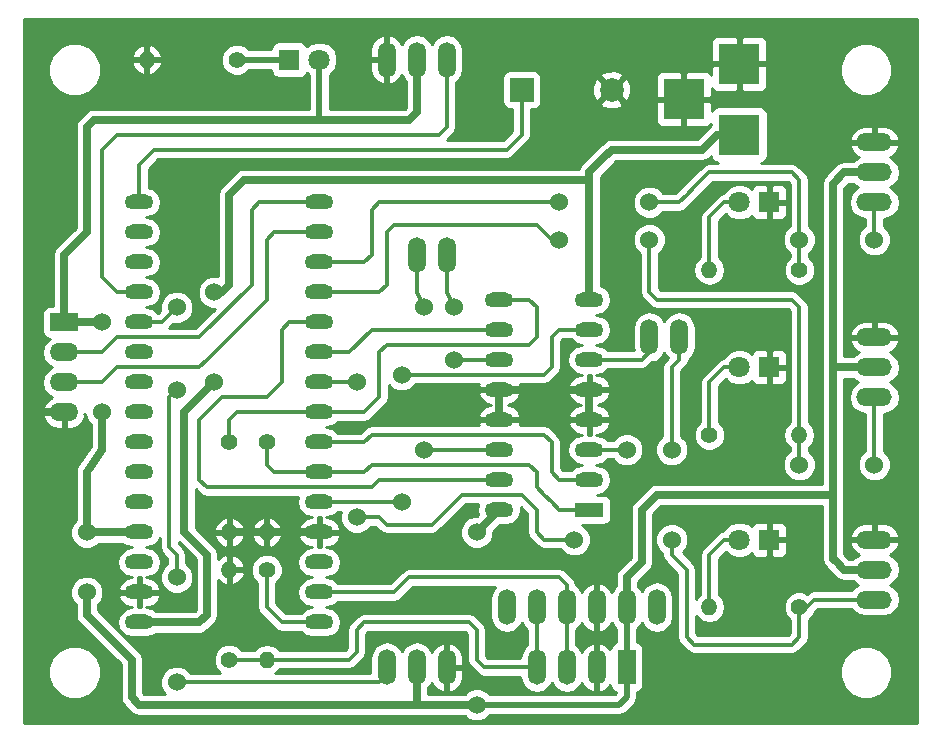
<source format=gbr>
G04 #@! TF.FileFunction,Copper,L2,Bot,Signal*
%FSLAX46Y46*%
G04 Gerber Fmt 4.6, Leading zero omitted, Abs format (unit mm)*
G04 Created by KiCad (PCBNEW 4.0.4-stable) date 07/02/20 16:23:59*
%MOMM*%
%LPD*%
G01*
G04 APERTURE LIST*
%ADD10C,0.100000*%
%ADD11O,2.413000X1.270000*%
%ADD12R,3.500000X3.500000*%
%ADD13O,1.510000X3.010000*%
%ADD14R,1.800000X1.800000*%
%ADD15C,1.800000*%
%ADD16O,3.010000X1.510000*%
%ADD17R,2.413000X1.524000*%
%ADD18O,2.413000X1.524000*%
%ADD19C,1.400000*%
%ADD20O,1.400000X1.400000*%
%ADD21R,2.000000X2.000000*%
%ADD22C,2.000000*%
%ADD23R,2.413000X1.270000*%
%ADD24R,1.500000X3.000000*%
%ADD25O,1.500000X3.000000*%
%ADD26C,1.524000*%
%ADD27C,0.304800*%
%ADD28C,0.508000*%
%ADD29C,0.635000*%
%ADD30C,0.254000*%
G04 APERTURE END LIST*
D10*
D11*
X30480000Y-104775000D03*
X45720000Y-104775000D03*
X30480000Y-102235000D03*
X45720000Y-102235000D03*
X30480000Y-99695000D03*
X45720000Y-99695000D03*
X30480000Y-97155000D03*
X45720000Y-97155000D03*
X30480000Y-94615000D03*
X45720000Y-94615000D03*
X30480000Y-92075000D03*
X45720000Y-92075000D03*
X30480000Y-89535000D03*
X45720000Y-89535000D03*
X30480000Y-86995000D03*
X45720000Y-86995000D03*
X30480000Y-84455000D03*
X45720000Y-84455000D03*
X30480000Y-81915000D03*
X45720000Y-81915000D03*
X30480000Y-79375000D03*
X45720000Y-79375000D03*
X30480000Y-76835000D03*
X45720000Y-76835000D03*
X30480000Y-74295000D03*
X45720000Y-74295000D03*
X30480000Y-71755000D03*
X45720000Y-71755000D03*
X30480000Y-69215000D03*
X45720000Y-69215000D03*
D12*
X81280000Y-63500000D03*
X81280000Y-57500000D03*
X76580000Y-60500000D03*
D13*
X76200000Y-80645000D03*
X73660000Y-80645000D03*
D14*
X83820000Y-97790000D03*
D15*
X81280000Y-97790000D03*
D16*
X92710000Y-85725000D03*
X92710000Y-83185000D03*
X92710000Y-80645000D03*
D13*
X74295000Y-103505000D03*
X71755000Y-103505000D03*
X69215000Y-103505000D03*
X66675000Y-103505000D03*
X64135000Y-103505000D03*
X61595000Y-103505000D03*
X56515000Y-57150000D03*
X53975000Y-57150000D03*
X51435000Y-57150000D03*
X51435000Y-108585000D03*
X53975000Y-108585000D03*
X56515000Y-108585000D03*
D17*
X24130000Y-79375000D03*
D18*
X24130000Y-81915000D03*
X24130000Y-84455000D03*
X24130000Y-86995000D03*
D16*
X92710000Y-102870000D03*
X92710000Y-100330000D03*
X92710000Y-97790000D03*
X92710000Y-69215000D03*
X92710000Y-66675000D03*
X92710000Y-64135000D03*
D13*
X56515000Y-73660000D03*
X53975000Y-73660000D03*
D19*
X38100000Y-107950000D03*
D20*
X38100000Y-100330000D03*
D19*
X41275000Y-100330000D03*
D20*
X41275000Y-107950000D03*
D19*
X86360000Y-103505000D03*
D20*
X78740000Y-103505000D03*
D19*
X78740000Y-88900000D03*
D20*
X86360000Y-88900000D03*
D19*
X86360000Y-74930000D03*
D20*
X78740000Y-74930000D03*
D19*
X41275000Y-89535000D03*
D20*
X41275000Y-97155000D03*
D19*
X38100000Y-89535000D03*
D20*
X38100000Y-97155000D03*
D21*
X62865000Y-59690000D03*
D22*
X70465000Y-59690000D03*
D23*
X68580000Y-95250000D03*
D11*
X60960000Y-77470000D03*
X68580000Y-92710000D03*
X60960000Y-80010000D03*
X68580000Y-90170000D03*
X60960000Y-82550000D03*
X68580000Y-87630000D03*
X60960000Y-85090000D03*
X68580000Y-85090000D03*
X60960000Y-87630000D03*
X68580000Y-82550000D03*
X60960000Y-90170000D03*
X68580000Y-80010000D03*
X60960000Y-92710000D03*
X68580000Y-77470000D03*
X60960000Y-95250000D03*
D14*
X83820000Y-83185000D03*
D15*
X81280000Y-83185000D03*
D14*
X83820000Y-69215000D03*
D15*
X81280000Y-69215000D03*
D14*
X43180000Y-57150000D03*
D15*
X45720000Y-57150000D03*
D19*
X38735000Y-57150000D03*
D20*
X31115000Y-57150000D03*
D24*
X71755000Y-108585000D03*
D25*
X69215000Y-108585000D03*
X66675000Y-108585000D03*
X64135000Y-108585000D03*
D26*
X52705000Y-94615000D03*
X52705000Y-83820000D03*
X75565000Y-97790000D03*
X67310000Y-97790000D03*
X48895000Y-95885000D03*
X48895000Y-84455000D03*
X73660000Y-72390000D03*
X66040000Y-72390000D03*
X92710000Y-91440000D03*
X86360000Y-91440000D03*
X92710000Y-72390000D03*
X66040000Y-69215000D03*
X73660000Y-69215000D03*
X86360000Y-72390000D03*
X36830000Y-84455000D03*
X36830000Y-76835000D03*
X27305000Y-86995000D03*
X27305000Y-79375000D03*
X26035000Y-97155000D03*
X26035000Y-102235000D03*
X59055000Y-97155000D03*
X59055000Y-111760000D03*
X33655000Y-109855000D03*
X33655000Y-100965000D03*
X33655000Y-85090000D03*
X33655000Y-78105000D03*
X71755000Y-90170000D03*
X75565000Y-90170000D03*
X57150000Y-78105000D03*
X57150000Y-82550000D03*
X54610000Y-90170000D03*
X54610000Y-78105000D03*
D27*
X41275000Y-100330000D02*
X41275000Y-103505000D01*
X41275000Y-103505000D02*
X42545000Y-104775000D01*
X45720000Y-104775000D02*
X42545000Y-104775000D01*
X53340000Y-100965000D02*
X66040000Y-100965000D01*
X66040000Y-100965000D02*
X66675000Y-101600000D01*
X66675000Y-103505000D02*
X66675000Y-108585000D01*
X66675000Y-103505000D02*
X66675000Y-101600000D01*
X52070000Y-102235000D02*
X45720000Y-102235000D01*
X53340000Y-100965000D02*
X52070000Y-102235000D01*
D28*
X69215000Y-103505000D02*
X69215000Y-108585000D01*
D29*
X24130000Y-62230000D02*
X24130000Y-62230000D01*
X24130000Y-86995000D02*
X22225000Y-86995000D01*
X22225000Y-86995000D02*
X21590000Y-86360000D01*
X21590000Y-86360000D02*
X21590000Y-72390000D01*
X21590000Y-72390000D02*
X23495000Y-70485000D01*
X23495000Y-70485000D02*
X24130000Y-69850000D01*
X24130000Y-69850000D02*
X24130000Y-67310000D01*
X24130000Y-67310000D02*
X24130000Y-62230000D01*
X68580000Y-87630000D02*
X68580000Y-85090000D01*
X68580000Y-85090000D02*
X60960000Y-85090000D01*
X60960000Y-85090000D02*
X60960000Y-87630000D01*
X40640000Y-97155000D02*
X45720000Y-97155000D01*
X38100000Y-97155000D02*
X38100000Y-97155000D01*
X38100000Y-97155000D02*
X40640000Y-97155000D01*
D27*
X45720000Y-94615000D02*
X52705000Y-94615000D01*
X66040000Y-80010000D02*
X65405000Y-80645000D01*
X65405000Y-80645000D02*
X65405000Y-83185000D01*
X65405000Y-83185000D02*
X64770000Y-83820000D01*
X64770000Y-83820000D02*
X59055000Y-83820000D01*
X66040000Y-80010000D02*
X68580000Y-80010000D01*
X59055000Y-83820000D02*
X52705000Y-83820000D01*
X65405000Y-94615000D02*
X66040000Y-95250000D01*
X66040000Y-95250000D02*
X66675000Y-95250000D01*
X64135000Y-93345000D02*
X64770000Y-93980000D01*
X64770000Y-93980000D02*
X65405000Y-94615000D01*
X41275000Y-89535000D02*
X41275000Y-91440000D01*
X41275000Y-91440000D02*
X41910000Y-92075000D01*
X49530000Y-92075000D02*
X45720000Y-92075000D01*
X50165000Y-91440000D02*
X49530000Y-92075000D01*
X63500000Y-91440000D02*
X50165000Y-91440000D01*
X64135000Y-92075000D02*
X63500000Y-91440000D01*
X64135000Y-93345000D02*
X64135000Y-92075000D01*
X68580000Y-95250000D02*
X66675000Y-95250000D01*
X41910000Y-92075000D02*
X45720000Y-92075000D01*
X68580000Y-92710000D02*
X66040000Y-92710000D01*
X49530000Y-89535000D02*
X45720000Y-89535000D01*
X50165000Y-88900000D02*
X49530000Y-89535000D01*
X64770000Y-88900000D02*
X50165000Y-88900000D01*
X65405000Y-89535000D02*
X64770000Y-88900000D01*
X65405000Y-90170000D02*
X65405000Y-89535000D01*
X65405000Y-92075000D02*
X65405000Y-90170000D01*
X66040000Y-92710000D02*
X65405000Y-92075000D01*
X38100000Y-89535000D02*
X38100000Y-87630000D01*
X38100000Y-87630000D02*
X38735000Y-86995000D01*
X38735000Y-86995000D02*
X45720000Y-86995000D01*
X56515000Y-81280000D02*
X51435000Y-81280000D01*
X50800000Y-81915000D02*
X50800000Y-83185000D01*
X51435000Y-81280000D02*
X50800000Y-81915000D01*
X45720000Y-86995000D02*
X49530000Y-86995000D01*
X63500000Y-77470000D02*
X60960000Y-77470000D01*
X64135000Y-78105000D02*
X63500000Y-77470000D01*
X64135000Y-80645000D02*
X64135000Y-78105000D01*
X63500000Y-81280000D02*
X64135000Y-80645000D01*
X56515000Y-81280000D02*
X63500000Y-81280000D01*
X50800000Y-85725000D02*
X50800000Y-83185000D01*
X49530000Y-86995000D02*
X50800000Y-85725000D01*
X63500000Y-94615000D02*
X64135000Y-95250000D01*
X64135000Y-95250000D02*
X64135000Y-97155000D01*
X51435000Y-96520000D02*
X55245000Y-96520000D01*
X64135000Y-97155000D02*
X64770000Y-97790000D01*
X62865000Y-93980000D02*
X63500000Y-94615000D01*
X62230000Y-93980000D02*
X62865000Y-93980000D01*
X57785000Y-93980000D02*
X62230000Y-93980000D01*
X55245000Y-96520000D02*
X57785000Y-93980000D01*
X67310000Y-97790000D02*
X64770000Y-97790000D01*
X76835000Y-102235000D02*
X76835000Y-100330000D01*
X76835000Y-100330000D02*
X75565000Y-99060000D01*
X75565000Y-97790000D02*
X75565000Y-99060000D01*
X86360000Y-106045000D02*
X86360000Y-104140000D01*
X85725000Y-106680000D02*
X86360000Y-106045000D01*
X78105000Y-106680000D02*
X85725000Y-106680000D01*
X77470000Y-106680000D02*
X78105000Y-106680000D01*
X76835000Y-106045000D02*
X77470000Y-106680000D01*
X76835000Y-102235000D02*
X76835000Y-106045000D01*
X45720000Y-84455000D02*
X48895000Y-84455000D01*
X50800000Y-95885000D02*
X51435000Y-96520000D01*
X48895000Y-95885000D02*
X50800000Y-95885000D01*
X87630000Y-102870000D02*
X92710000Y-102870000D01*
X86360000Y-104140000D02*
X87630000Y-102870000D01*
X51435000Y-80010000D02*
X50165000Y-80010000D01*
X50165000Y-80010000D02*
X48260000Y-81915000D01*
X60960000Y-80010000D02*
X51435000Y-80010000D01*
X48260000Y-81915000D02*
X45720000Y-81915000D01*
X35560000Y-87630000D02*
X36195000Y-86995000D01*
X36830000Y-86360000D02*
X37465000Y-85725000D01*
X36195000Y-86995000D02*
X36830000Y-86360000D01*
X37465000Y-85725000D02*
X37465000Y-85725000D01*
X35560000Y-92710000D02*
X35560000Y-87630000D01*
X42545000Y-80010000D02*
X43180000Y-79375000D01*
X42545000Y-84455000D02*
X42545000Y-80010000D01*
X41275000Y-85725000D02*
X42545000Y-84455000D01*
X37465000Y-85725000D02*
X37465000Y-85725000D01*
X37465000Y-85725000D02*
X41275000Y-85725000D01*
X60960000Y-92710000D02*
X52070000Y-92710000D01*
X43180000Y-79375000D02*
X45720000Y-79375000D01*
X36195000Y-93345000D02*
X35560000Y-92710000D01*
X50165000Y-93345000D02*
X36195000Y-93345000D01*
X50800000Y-92710000D02*
X50165000Y-93345000D01*
X52070000Y-92710000D02*
X50800000Y-92710000D01*
X73660000Y-72390000D02*
X73660000Y-76835000D01*
X73660000Y-76835000D02*
X74295000Y-77470000D01*
X85725000Y-77470000D02*
X86360000Y-78105000D01*
X74295000Y-77470000D02*
X85725000Y-77470000D01*
X86360000Y-78105000D02*
X86360000Y-79375000D01*
X66040000Y-72390000D02*
X65405000Y-72390000D01*
X64135000Y-71120000D02*
X63500000Y-71120000D01*
X65405000Y-72390000D02*
X64135000Y-71120000D01*
X52705000Y-71120000D02*
X63500000Y-71120000D01*
X52070000Y-71120000D02*
X51435000Y-71755000D01*
X52705000Y-71120000D02*
X52070000Y-71120000D01*
X50800000Y-76835000D02*
X51435000Y-76200000D01*
X50800000Y-76835000D02*
X45720000Y-76835000D01*
X51435000Y-71755000D02*
X51435000Y-76200000D01*
X86360000Y-88900000D02*
X86360000Y-79375000D01*
X86360000Y-88900000D02*
X86360000Y-91440000D01*
X92710000Y-91440000D02*
X92710000Y-85725000D01*
X77470000Y-67945000D02*
X78740000Y-66675000D01*
X85725000Y-66675000D02*
X86360000Y-67310000D01*
X78740000Y-66675000D02*
X85725000Y-66675000D01*
X86360000Y-74930000D02*
X86360000Y-73660000D01*
X86360000Y-73660000D02*
X86360000Y-71755000D01*
X76835000Y-68580000D02*
X77470000Y-67945000D01*
X86360000Y-71755000D02*
X86360000Y-67310000D01*
X76200000Y-69215000D02*
X73660000Y-69215000D01*
X76835000Y-68580000D02*
X76200000Y-69215000D01*
X86360000Y-72390000D02*
X86360000Y-71755000D01*
X49530000Y-74295000D02*
X50165000Y-73660000D01*
X50800000Y-69215000D02*
X51435000Y-69215000D01*
X50165000Y-69850000D02*
X50800000Y-69215000D01*
X50165000Y-73660000D02*
X50165000Y-69850000D01*
X45720000Y-74295000D02*
X49530000Y-74295000D01*
X51435000Y-69215000D02*
X66040000Y-69215000D01*
X92710000Y-69215000D02*
X92710000Y-69215000D01*
X92710000Y-69215000D02*
X92710000Y-71755000D01*
X92710000Y-72390000D02*
X92710000Y-71755000D01*
D29*
X68580000Y-67310000D02*
X68580000Y-66675000D01*
X68580000Y-66675000D02*
X69850000Y-65405000D01*
X68580000Y-76200000D02*
X68580000Y-67310000D01*
X78105000Y-64770000D02*
X71120000Y-64770000D01*
X70485000Y-64770000D02*
X69850000Y-65405000D01*
X71120000Y-64770000D02*
X70485000Y-64770000D01*
X34290000Y-95250000D02*
X34290000Y-97155000D01*
X35560000Y-104775000D02*
X34290000Y-104775000D01*
X36195000Y-104140000D02*
X35560000Y-104775000D01*
X36195000Y-99060000D02*
X36195000Y-104140000D01*
X34290000Y-97155000D02*
X36195000Y-99060000D01*
X34290000Y-94615000D02*
X34290000Y-95250000D01*
X34290000Y-104775000D02*
X32385000Y-104775000D01*
X30480000Y-104775000D02*
X32385000Y-104775000D01*
X36830000Y-84455000D02*
X35560000Y-85725000D01*
X35560000Y-85725000D02*
X34290000Y-86995000D01*
X37465000Y-76835000D02*
X38100000Y-76200000D01*
X36830000Y-76835000D02*
X37465000Y-76835000D01*
X34290000Y-86995000D02*
X34290000Y-94615000D01*
X81280000Y-63500000D02*
X79375000Y-63500000D01*
X79375000Y-63500000D02*
X78105000Y-64770000D01*
X38100000Y-76200000D02*
X38100000Y-76200000D01*
X39370000Y-67310000D02*
X39370000Y-67310000D01*
X38100000Y-68580000D02*
X39370000Y-67310000D01*
X38100000Y-68580000D02*
X38100000Y-68580000D01*
X38100000Y-76200000D02*
X38100000Y-68580000D01*
X68580000Y-67310000D02*
X39370000Y-67310000D01*
X68580000Y-76200000D02*
X68580000Y-77470000D01*
D27*
X78740000Y-103505000D02*
X78740000Y-99060000D01*
X80010000Y-97790000D02*
X81280000Y-97790000D01*
X78740000Y-99060000D02*
X80010000Y-97790000D01*
X78740000Y-88900000D02*
X78740000Y-84455000D01*
X80010000Y-83185000D02*
X81280000Y-83185000D01*
X78740000Y-84455000D02*
X80010000Y-83185000D01*
X78740000Y-74930000D02*
X78740000Y-70485000D01*
X80010000Y-69215000D02*
X81280000Y-69215000D01*
X78740000Y-70485000D02*
X80010000Y-69215000D01*
D29*
X71755000Y-103505000D02*
X71755000Y-100965000D01*
X74295000Y-93980000D02*
X89217500Y-93980000D01*
X73025000Y-95250000D02*
X74295000Y-93980000D01*
X73025000Y-99695000D02*
X73025000Y-95250000D01*
X71755000Y-100965000D02*
X73025000Y-99695000D01*
X89217500Y-93980000D02*
X88900000Y-93980000D01*
X88900000Y-93980000D02*
X89217500Y-93980000D01*
X89217500Y-83185000D02*
X89217500Y-93980000D01*
X89217500Y-93980000D02*
X89217500Y-99377500D01*
X90170000Y-100330000D02*
X92710000Y-100330000D01*
X89535000Y-99695000D02*
X90170000Y-100330000D01*
X89217500Y-99377500D02*
X89535000Y-99695000D01*
X89217500Y-67627500D02*
X89217500Y-83185000D01*
X89217500Y-83185000D02*
X89535000Y-83185000D01*
X24130000Y-79375000D02*
X27305000Y-79375000D01*
X27305000Y-86995000D02*
X27305000Y-90170000D01*
X27305000Y-90170000D02*
X26035000Y-92075000D01*
X26035000Y-92075000D02*
X26035000Y-97155000D01*
X29845000Y-111125000D02*
X30480000Y-111760000D01*
X29845000Y-107950000D02*
X29845000Y-111125000D01*
X26035000Y-104140000D02*
X29845000Y-107950000D01*
X26035000Y-102235000D02*
X26035000Y-104140000D01*
X53975000Y-111760000D02*
X30480000Y-111760000D01*
D28*
X71755000Y-103505000D02*
X71755000Y-108585000D01*
X71755000Y-108585000D02*
X71755000Y-111125000D01*
X71120000Y-111760000D02*
X59055000Y-111760000D01*
X71755000Y-111125000D02*
X71120000Y-111760000D01*
X45720000Y-57150000D02*
X45720000Y-62230000D01*
D29*
X53975000Y-108585000D02*
X53975000Y-111760000D01*
X59055000Y-111760000D02*
X53975000Y-111760000D01*
X46990000Y-62230000D02*
X53340000Y-62230000D01*
X53975000Y-61595000D02*
X53975000Y-57150000D01*
X53340000Y-62230000D02*
X53975000Y-61595000D01*
X46990000Y-62230000D02*
X45720000Y-62230000D01*
X45720000Y-62230000D02*
X45085000Y-62230000D01*
X90170000Y-66675000D02*
X92710000Y-66675000D01*
X89217500Y-67627500D02*
X90170000Y-66675000D01*
X90170000Y-83185000D02*
X92710000Y-83185000D01*
X89535000Y-83185000D02*
X90170000Y-83185000D01*
X34925000Y-62230000D02*
X45085000Y-62230000D01*
X24130000Y-79375000D02*
X24130000Y-73660000D01*
X24130000Y-73660000D02*
X26035000Y-71755000D01*
X26035000Y-62865000D02*
X26670000Y-62230000D01*
X26670000Y-62230000D02*
X30480000Y-62230000D01*
X30480000Y-62230000D02*
X34925000Y-62230000D01*
X26035000Y-71755000D02*
X26035000Y-63500000D01*
X26035000Y-63500000D02*
X26035000Y-62865000D01*
X59055000Y-97155000D02*
X59055000Y-97155000D01*
X59055000Y-97155000D02*
X60960000Y-95250000D01*
X59055000Y-111760000D02*
X59055000Y-111760000D01*
X26035000Y-97155000D02*
X30480000Y-97155000D01*
D27*
X50165000Y-104775000D02*
X49530000Y-104775000D01*
X48895000Y-107315000D02*
X48260000Y-107950000D01*
X48895000Y-105410000D02*
X48895000Y-107315000D01*
X49530000Y-104775000D02*
X48895000Y-105410000D01*
X47625000Y-107950000D02*
X48260000Y-107950000D01*
X47625000Y-107950000D02*
X40640000Y-107950000D01*
X64135000Y-108585000D02*
X59690000Y-108585000D01*
X59055000Y-105410000D02*
X58420000Y-104775000D01*
X58420000Y-104775000D02*
X50165000Y-104775000D01*
X59055000Y-107950000D02*
X59055000Y-105410000D01*
X59690000Y-108585000D02*
X59055000Y-107950000D01*
X64135000Y-103505000D02*
X64135000Y-108585000D01*
X38100000Y-107950000D02*
X41275000Y-107950000D01*
X49530000Y-63500000D02*
X55880000Y-63500000D01*
X56515000Y-62865000D02*
X56515000Y-57150000D01*
X55880000Y-63500000D02*
X56515000Y-62865000D01*
X49530000Y-63500000D02*
X48260000Y-63500000D01*
X28575000Y-63500000D02*
X48260000Y-63500000D01*
X27305000Y-64770000D02*
X28575000Y-63500000D01*
X27305000Y-75565000D02*
X27305000Y-64770000D01*
X28575000Y-76835000D02*
X27305000Y-75565000D01*
X30480000Y-76835000D02*
X28575000Y-76835000D01*
X33655000Y-99060000D02*
X33020000Y-98425000D01*
X33020000Y-98425000D02*
X33020000Y-97790000D01*
X33655000Y-100965000D02*
X33655000Y-99695000D01*
X33655000Y-99695000D02*
X33655000Y-99060000D01*
X33655000Y-85090000D02*
X33020000Y-85725000D01*
X30480000Y-79375000D02*
X32385000Y-79375000D01*
X33655000Y-109855000D02*
X50800000Y-109855000D01*
X33020000Y-85725000D02*
X33020000Y-97790000D01*
X32385000Y-79375000D02*
X33655000Y-78105000D01*
X50800000Y-109855000D02*
X51435000Y-109220000D01*
X31115000Y-79375000D02*
X30480000Y-79375000D01*
X35560000Y-80645000D02*
X40005000Y-76200000D01*
X31750000Y-80645000D02*
X35560000Y-80645000D01*
X24130000Y-81915000D02*
X27305000Y-81915000D01*
X40640000Y-69215000D02*
X45720000Y-69215000D01*
X40005000Y-69850000D02*
X40640000Y-69215000D01*
X40005000Y-76200000D02*
X40005000Y-69850000D01*
X28575000Y-80645000D02*
X31750000Y-80645000D01*
X27305000Y-81915000D02*
X28575000Y-80645000D01*
X35560000Y-83185000D02*
X36195000Y-82550000D01*
X36195000Y-82550000D02*
X36195000Y-82550000D01*
X36195000Y-82550000D02*
X36195000Y-82550000D01*
X36195000Y-82550000D02*
X41275000Y-77470000D01*
X31750000Y-83185000D02*
X35560000Y-83185000D01*
X24130000Y-84455000D02*
X27305000Y-84455000D01*
X41910000Y-71755000D02*
X45720000Y-71755000D01*
X41275000Y-72390000D02*
X41910000Y-71755000D01*
X41275000Y-77470000D02*
X41275000Y-72390000D01*
X28575000Y-83185000D02*
X31750000Y-83185000D01*
X27305000Y-84455000D02*
X28575000Y-83185000D01*
X76200000Y-80645000D02*
X76200000Y-82550000D01*
X75565000Y-90170000D02*
X75565000Y-83185000D01*
X71755000Y-90170000D02*
X68580000Y-90170000D01*
X75565000Y-83185000D02*
X76200000Y-82550000D01*
X73025000Y-82550000D02*
X73660000Y-81915000D01*
X73660000Y-81915000D02*
X73660000Y-80645000D01*
X71755000Y-82550000D02*
X73025000Y-82550000D01*
X71755000Y-82550000D02*
X71120000Y-82550000D01*
X68580000Y-82550000D02*
X71120000Y-82550000D01*
X56515000Y-73660000D02*
X56515000Y-76835000D01*
X57150000Y-78105000D02*
X56515000Y-76835000D01*
X57150000Y-82550000D02*
X60960000Y-82550000D01*
X53975000Y-73660000D02*
X53975000Y-76835000D01*
X54610000Y-78105000D02*
X53975000Y-76835000D01*
X54610000Y-90170000D02*
X60960000Y-90170000D01*
X54610000Y-64770000D02*
X61595000Y-64770000D01*
X62865000Y-63500000D02*
X62865000Y-59690000D01*
X61595000Y-64770000D02*
X62865000Y-63500000D01*
X54610000Y-64770000D02*
X53340000Y-64770000D01*
X53340000Y-64770000D02*
X51435000Y-64770000D01*
X30480000Y-69215000D02*
X30480000Y-66040000D01*
X31750000Y-64770000D02*
X51435000Y-64770000D01*
X30480000Y-66040000D02*
X31750000Y-64770000D01*
D28*
X43180000Y-57150000D02*
X38735000Y-57150000D01*
D30*
G36*
X96290000Y-113290000D02*
X20710000Y-113290000D01*
X20710000Y-109442619D01*
X22764613Y-109442619D01*
X23104155Y-110264372D01*
X23732321Y-110893636D01*
X24553481Y-111234611D01*
X25442619Y-111235387D01*
X26264372Y-110895845D01*
X26893636Y-110267679D01*
X27234611Y-109446519D01*
X27235387Y-108557381D01*
X26895845Y-107735628D01*
X26267679Y-107106364D01*
X25446519Y-106765389D01*
X24557381Y-106764613D01*
X23735628Y-107104155D01*
X23106364Y-107732321D01*
X22765389Y-108553481D01*
X22764613Y-109442619D01*
X20710000Y-109442619D01*
X20710000Y-102511661D01*
X24637758Y-102511661D01*
X24849990Y-103025303D01*
X25082500Y-103258219D01*
X25082500Y-104140000D01*
X25155005Y-104504506D01*
X25361481Y-104813519D01*
X28892500Y-108344538D01*
X28892500Y-111125000D01*
X28965005Y-111489506D01*
X29171481Y-111798519D01*
X29806481Y-112433519D01*
X30115494Y-112639995D01*
X30480000Y-112712500D01*
X58031904Y-112712500D01*
X58262630Y-112943629D01*
X58775900Y-113156757D01*
X59331661Y-113157242D01*
X59845303Y-112945010D01*
X60141830Y-112649000D01*
X71120000Y-112649000D01*
X71460206Y-112581329D01*
X71748618Y-112388618D01*
X72383618Y-111753618D01*
X72576330Y-111465205D01*
X72644000Y-111125000D01*
X72644000Y-110706285D01*
X72740317Y-110688162D01*
X72956441Y-110549090D01*
X73101431Y-110336890D01*
X73152440Y-110085000D01*
X73152440Y-109442619D01*
X89764613Y-109442619D01*
X90104155Y-110264372D01*
X90732321Y-110893636D01*
X91553481Y-111234611D01*
X92442619Y-111235387D01*
X93264372Y-110895845D01*
X93893636Y-110267679D01*
X94234611Y-109446519D01*
X94235387Y-108557381D01*
X93895845Y-107735628D01*
X93267679Y-107106364D01*
X92446519Y-106765389D01*
X91557381Y-106764613D01*
X90735628Y-107104155D01*
X90106364Y-107732321D01*
X89765389Y-108553481D01*
X89764613Y-109442619D01*
X73152440Y-109442619D01*
X73152440Y-107085000D01*
X73108162Y-106849683D01*
X72969090Y-106633559D01*
X72756890Y-106488569D01*
X72644000Y-106465708D01*
X72644000Y-105342531D01*
X72737878Y-105279803D01*
X73025000Y-104850096D01*
X73312122Y-105279803D01*
X73763070Y-105581118D01*
X74295000Y-105686925D01*
X74826930Y-105581118D01*
X75277878Y-105279803D01*
X75579193Y-104828855D01*
X75685000Y-104296925D01*
X75685000Y-102713075D01*
X75579193Y-102181145D01*
X75277878Y-101730197D01*
X74826930Y-101428882D01*
X74295000Y-101323075D01*
X73763070Y-101428882D01*
X73312122Y-101730197D01*
X73025000Y-102159904D01*
X72737878Y-101730197D01*
X72707500Y-101709899D01*
X72707500Y-101359538D01*
X73698519Y-100368519D01*
X73904995Y-100059506D01*
X73977500Y-99695000D01*
X73977500Y-95644538D01*
X74689538Y-94932500D01*
X88265000Y-94932500D01*
X88265000Y-99377500D01*
X88337505Y-99742006D01*
X88543981Y-100051019D01*
X89496481Y-101003519D01*
X89805494Y-101209995D01*
X90170000Y-101282500D01*
X90914899Y-101282500D01*
X90935197Y-101312878D01*
X91364904Y-101600000D01*
X90935197Y-101887122D01*
X90804582Y-102082600D01*
X87630000Y-102082600D01*
X87328675Y-102142537D01*
X87073224Y-102313224D01*
X87043253Y-102343195D01*
X86626713Y-102170232D01*
X86095617Y-102169769D01*
X85604771Y-102372582D01*
X85228902Y-102747796D01*
X85025232Y-103238287D01*
X85024769Y-103769383D01*
X85227582Y-104260229D01*
X85572600Y-104605849D01*
X85572600Y-105718848D01*
X85398848Y-105892600D01*
X77796152Y-105892600D01*
X77622400Y-105718848D01*
X77622400Y-104228301D01*
X77769858Y-104448988D01*
X78202964Y-104738379D01*
X78713846Y-104840000D01*
X78766154Y-104840000D01*
X79277036Y-104738379D01*
X79710142Y-104448988D01*
X79999533Y-104015882D01*
X80101154Y-103505000D01*
X79999533Y-102994118D01*
X79710142Y-102561012D01*
X79527400Y-102438908D01*
X79527400Y-99386152D01*
X80116435Y-98797117D01*
X80409357Y-99090551D01*
X80973330Y-99324733D01*
X81583991Y-99325265D01*
X82148371Y-99092068D01*
X82325841Y-98914908D01*
X82381673Y-99049699D01*
X82560302Y-99228327D01*
X82793691Y-99325000D01*
X83534250Y-99325000D01*
X83693000Y-99166250D01*
X83693000Y-97917000D01*
X83947000Y-97917000D01*
X83947000Y-99166250D01*
X84105750Y-99325000D01*
X84846309Y-99325000D01*
X85079698Y-99228327D01*
X85258327Y-99049699D01*
X85355000Y-98816310D01*
X85355000Y-98075750D01*
X85196250Y-97917000D01*
X83947000Y-97917000D01*
X83693000Y-97917000D01*
X83673000Y-97917000D01*
X83673000Y-97663000D01*
X83693000Y-97663000D01*
X83693000Y-96413750D01*
X83947000Y-96413750D01*
X83947000Y-97663000D01*
X85196250Y-97663000D01*
X85355000Y-97504250D01*
X85355000Y-96763690D01*
X85258327Y-96530301D01*
X85079698Y-96351673D01*
X84846309Y-96255000D01*
X84105750Y-96255000D01*
X83947000Y-96413750D01*
X83693000Y-96413750D01*
X83534250Y-96255000D01*
X82793691Y-96255000D01*
X82560302Y-96351673D01*
X82381673Y-96530301D01*
X82325881Y-96664994D01*
X82150643Y-96489449D01*
X81586670Y-96255267D01*
X80976009Y-96254735D01*
X80411629Y-96487932D01*
X79979449Y-96919357D01*
X79939021Y-97016719D01*
X79708675Y-97062537D01*
X79453224Y-97233224D01*
X78183224Y-98503224D01*
X78012537Y-98758675D01*
X77952600Y-99060000D01*
X77952600Y-102438908D01*
X77769858Y-102561012D01*
X77622400Y-102781699D01*
X77622400Y-100330000D01*
X77562463Y-100028675D01*
X77391776Y-99773224D01*
X76474536Y-98855984D01*
X76748629Y-98582370D01*
X76961757Y-98069100D01*
X76962242Y-97513339D01*
X76750010Y-96999697D01*
X76357370Y-96606371D01*
X75844100Y-96393243D01*
X75288339Y-96392758D01*
X74774697Y-96604990D01*
X74381371Y-96997630D01*
X74168243Y-97510900D01*
X74167758Y-98066661D01*
X74379990Y-98580303D01*
X74772630Y-98973629D01*
X74777600Y-98975693D01*
X74777600Y-99060000D01*
X74837537Y-99361325D01*
X75008224Y-99616776D01*
X76047600Y-100656152D01*
X76047600Y-106045000D01*
X76107537Y-106346325D01*
X76278224Y-106601776D01*
X76913224Y-107236776D01*
X77168675Y-107407463D01*
X77470000Y-107467400D01*
X85725000Y-107467400D01*
X86026325Y-107407463D01*
X86281776Y-107236776D01*
X86916776Y-106601776D01*
X87087463Y-106346325D01*
X87147400Y-106045000D01*
X87147400Y-104605303D01*
X87491098Y-104262204D01*
X87590334Y-104023218D01*
X87956152Y-103657400D01*
X90804582Y-103657400D01*
X90935197Y-103852878D01*
X91386145Y-104154193D01*
X91918075Y-104260000D01*
X93501925Y-104260000D01*
X94033855Y-104154193D01*
X94484803Y-103852878D01*
X94786118Y-103401930D01*
X94891925Y-102870000D01*
X94786118Y-102338070D01*
X94484803Y-101887122D01*
X94055096Y-101600000D01*
X94484803Y-101312878D01*
X94786118Y-100861930D01*
X94891925Y-100330000D01*
X94786118Y-99798070D01*
X94484803Y-99347122D01*
X94036013Y-99047249D01*
X94109263Y-99025592D01*
X94532681Y-98683076D01*
X94792793Y-98204597D01*
X94807277Y-98131971D01*
X94684683Y-97917000D01*
X92837000Y-97917000D01*
X92837000Y-97937000D01*
X92583000Y-97937000D01*
X92583000Y-97917000D01*
X90735317Y-97917000D01*
X90612723Y-98131971D01*
X90627207Y-98204597D01*
X90887319Y-98683076D01*
X91310737Y-99025592D01*
X91383987Y-99047249D01*
X90935197Y-99347122D01*
X90914899Y-99377500D01*
X90564538Y-99377500D01*
X90170000Y-98982962D01*
X90170000Y-97448029D01*
X90612723Y-97448029D01*
X90735317Y-97663000D01*
X92583000Y-97663000D01*
X92583000Y-96400000D01*
X92837000Y-96400000D01*
X92837000Y-97663000D01*
X94684683Y-97663000D01*
X94807277Y-97448029D01*
X94792793Y-97375403D01*
X94532681Y-96896924D01*
X94109263Y-96554408D01*
X93587000Y-96400000D01*
X92837000Y-96400000D01*
X92583000Y-96400000D01*
X91833000Y-96400000D01*
X91310737Y-96554408D01*
X90887319Y-96896924D01*
X90627207Y-97375403D01*
X90612723Y-97448029D01*
X90170000Y-97448029D01*
X90170000Y-84137500D01*
X90914899Y-84137500D01*
X90935197Y-84167878D01*
X91364904Y-84455000D01*
X90935197Y-84742122D01*
X90633882Y-85193070D01*
X90528075Y-85725000D01*
X90633882Y-86256930D01*
X90935197Y-86707878D01*
X91386145Y-87009193D01*
X91918075Y-87115000D01*
X91922600Y-87115000D01*
X91922600Y-90253791D01*
X91919697Y-90254990D01*
X91526371Y-90647630D01*
X91313243Y-91160900D01*
X91312758Y-91716661D01*
X91524990Y-92230303D01*
X91917630Y-92623629D01*
X92430900Y-92836757D01*
X92986661Y-92837242D01*
X93500303Y-92625010D01*
X93893629Y-92232370D01*
X94106757Y-91719100D01*
X94107242Y-91163339D01*
X93895010Y-90649697D01*
X93502370Y-90256371D01*
X93497400Y-90254307D01*
X93497400Y-87115000D01*
X93501925Y-87115000D01*
X94033855Y-87009193D01*
X94484803Y-86707878D01*
X94786118Y-86256930D01*
X94891925Y-85725000D01*
X94786118Y-85193070D01*
X94484803Y-84742122D01*
X94055096Y-84455000D01*
X94484803Y-84167878D01*
X94786118Y-83716930D01*
X94891925Y-83185000D01*
X94786118Y-82653070D01*
X94484803Y-82202122D01*
X94036013Y-81902249D01*
X94109263Y-81880592D01*
X94532681Y-81538076D01*
X94792793Y-81059597D01*
X94807277Y-80986971D01*
X94684683Y-80772000D01*
X92837000Y-80772000D01*
X92837000Y-80792000D01*
X92583000Y-80792000D01*
X92583000Y-80772000D01*
X90735317Y-80772000D01*
X90612723Y-80986971D01*
X90627207Y-81059597D01*
X90887319Y-81538076D01*
X91310737Y-81880592D01*
X91383987Y-81902249D01*
X90935197Y-82202122D01*
X90914899Y-82232500D01*
X90170000Y-82232500D01*
X90170000Y-80303029D01*
X90612723Y-80303029D01*
X90735317Y-80518000D01*
X92583000Y-80518000D01*
X92583000Y-79255000D01*
X92837000Y-79255000D01*
X92837000Y-80518000D01*
X94684683Y-80518000D01*
X94807277Y-80303029D01*
X94792793Y-80230403D01*
X94532681Y-79751924D01*
X94109263Y-79409408D01*
X93587000Y-79255000D01*
X92837000Y-79255000D01*
X92583000Y-79255000D01*
X91833000Y-79255000D01*
X91310737Y-79409408D01*
X90887319Y-79751924D01*
X90627207Y-80230403D01*
X90612723Y-80303029D01*
X90170000Y-80303029D01*
X90170000Y-68022038D01*
X90564539Y-67627500D01*
X90914899Y-67627500D01*
X90935197Y-67657878D01*
X91364904Y-67945000D01*
X90935197Y-68232122D01*
X90633882Y-68683070D01*
X90528075Y-69215000D01*
X90633882Y-69746930D01*
X90935197Y-70197878D01*
X91386145Y-70499193D01*
X91918075Y-70605000D01*
X91922600Y-70605000D01*
X91922600Y-71203791D01*
X91919697Y-71204990D01*
X91526371Y-71597630D01*
X91313243Y-72110900D01*
X91312758Y-72666661D01*
X91524990Y-73180303D01*
X91917630Y-73573629D01*
X92430900Y-73786757D01*
X92986661Y-73787242D01*
X93500303Y-73575010D01*
X93893629Y-73182370D01*
X94106757Y-72669100D01*
X94107242Y-72113339D01*
X93895010Y-71599697D01*
X93502370Y-71206371D01*
X93497400Y-71204307D01*
X93497400Y-70605000D01*
X93501925Y-70605000D01*
X94033855Y-70499193D01*
X94484803Y-70197878D01*
X94786118Y-69746930D01*
X94891925Y-69215000D01*
X94786118Y-68683070D01*
X94484803Y-68232122D01*
X94055096Y-67945000D01*
X94484803Y-67657878D01*
X94786118Y-67206930D01*
X94891925Y-66675000D01*
X94786118Y-66143070D01*
X94484803Y-65692122D01*
X94036013Y-65392249D01*
X94109263Y-65370592D01*
X94532681Y-65028076D01*
X94792793Y-64549597D01*
X94807277Y-64476971D01*
X94684683Y-64262000D01*
X92837000Y-64262000D01*
X92837000Y-64282000D01*
X92583000Y-64282000D01*
X92583000Y-64262000D01*
X90735317Y-64262000D01*
X90612723Y-64476971D01*
X90627207Y-64549597D01*
X90887319Y-65028076D01*
X91310737Y-65370592D01*
X91383987Y-65392249D01*
X90935197Y-65692122D01*
X90914899Y-65722500D01*
X90170000Y-65722500D01*
X89805494Y-65795005D01*
X89496480Y-66001481D01*
X88543981Y-66953981D01*
X88337505Y-67262994D01*
X88265000Y-67627500D01*
X88265000Y-93027500D01*
X74295000Y-93027500D01*
X73930494Y-93100005D01*
X73621481Y-93306481D01*
X72351481Y-94576481D01*
X72145005Y-94885494D01*
X72072500Y-95250000D01*
X72072500Y-99300462D01*
X71081481Y-100291481D01*
X70875005Y-100600494D01*
X70802500Y-100965000D01*
X70802500Y-101709899D01*
X70772122Y-101730197D01*
X70472249Y-102178987D01*
X70450592Y-102105737D01*
X70108076Y-101682319D01*
X69629597Y-101422207D01*
X69556971Y-101407723D01*
X69342000Y-101530317D01*
X69342000Y-103378000D01*
X69362000Y-103378000D01*
X69362000Y-103632000D01*
X69342000Y-103632000D01*
X69342000Y-105479683D01*
X69556971Y-105602277D01*
X69629597Y-105587793D01*
X70108076Y-105327681D01*
X70450592Y-104904263D01*
X70472249Y-104831013D01*
X70772122Y-105279803D01*
X70866000Y-105342531D01*
X70866000Y-106463715D01*
X70769683Y-106481838D01*
X70553559Y-106620910D01*
X70408569Y-106833110D01*
X70358624Y-107079744D01*
X70104540Y-106765855D01*
X69627684Y-106506827D01*
X69556185Y-106492682D01*
X69342000Y-106615344D01*
X69342000Y-108458000D01*
X69362000Y-108458000D01*
X69362000Y-108712000D01*
X69342000Y-108712000D01*
X69342000Y-110554656D01*
X69556185Y-110677318D01*
X69627684Y-110663173D01*
X70104540Y-110404145D01*
X70358563Y-110090332D01*
X70401838Y-110320317D01*
X70540910Y-110536441D01*
X70753110Y-110681431D01*
X70866000Y-110704292D01*
X70866000Y-110756764D01*
X70751764Y-110871000D01*
X60141485Y-110871000D01*
X59847370Y-110576371D01*
X59334100Y-110363243D01*
X58778339Y-110362758D01*
X58264697Y-110574990D01*
X58031781Y-110807500D01*
X54927500Y-110807500D01*
X54927500Y-110380101D01*
X54957878Y-110359803D01*
X55257751Y-109911013D01*
X55279408Y-109984263D01*
X55621924Y-110407681D01*
X56100403Y-110667793D01*
X56173029Y-110682277D01*
X56388000Y-110559683D01*
X56388000Y-108712000D01*
X56642000Y-108712000D01*
X56642000Y-110559683D01*
X56856971Y-110682277D01*
X56929597Y-110667793D01*
X57408076Y-110407681D01*
X57750592Y-109984263D01*
X57905000Y-109462000D01*
X57905000Y-108712000D01*
X56642000Y-108712000D01*
X56388000Y-108712000D01*
X56368000Y-108712000D01*
X56368000Y-108458000D01*
X56388000Y-108458000D01*
X56388000Y-106610317D01*
X56642000Y-106610317D01*
X56642000Y-108458000D01*
X57905000Y-108458000D01*
X57905000Y-107708000D01*
X57750592Y-107185737D01*
X57408076Y-106762319D01*
X56929597Y-106502207D01*
X56856971Y-106487723D01*
X56642000Y-106610317D01*
X56388000Y-106610317D01*
X56173029Y-106487723D01*
X56100403Y-106502207D01*
X55621924Y-106762319D01*
X55279408Y-107185737D01*
X55257751Y-107258987D01*
X54957878Y-106810197D01*
X54506930Y-106508882D01*
X53975000Y-106403075D01*
X53443070Y-106508882D01*
X52992122Y-106810197D01*
X52705000Y-107239904D01*
X52417878Y-106810197D01*
X51966930Y-106508882D01*
X51435000Y-106403075D01*
X50903070Y-106508882D01*
X50452122Y-106810197D01*
X50150807Y-107261145D01*
X50045000Y-107793075D01*
X50045000Y-109067600D01*
X41998301Y-109067600D01*
X42218988Y-108920142D01*
X42341092Y-108737400D01*
X48260000Y-108737400D01*
X48561325Y-108677463D01*
X48816776Y-108506776D01*
X49451776Y-107871776D01*
X49622463Y-107616325D01*
X49682400Y-107315000D01*
X49682400Y-105736152D01*
X49856152Y-105562400D01*
X58093848Y-105562400D01*
X58267600Y-105736152D01*
X58267600Y-107950000D01*
X58327537Y-108251325D01*
X58498224Y-108506776D01*
X59133224Y-109141776D01*
X59388675Y-109312463D01*
X59690000Y-109372400D01*
X62750000Y-109372400D01*
X62750000Y-109376827D01*
X62855427Y-109906844D01*
X63155657Y-110356170D01*
X63604983Y-110656400D01*
X64135000Y-110761827D01*
X64665017Y-110656400D01*
X65114343Y-110356170D01*
X65405000Y-109921171D01*
X65695657Y-110356170D01*
X66144983Y-110656400D01*
X66675000Y-110761827D01*
X67205017Y-110656400D01*
X67654343Y-110356170D01*
X67954573Y-109906844D01*
X67957428Y-109892489D01*
X67984028Y-109982349D01*
X68325460Y-110404145D01*
X68802316Y-110663173D01*
X68873815Y-110677318D01*
X69088000Y-110554656D01*
X69088000Y-108712000D01*
X69068000Y-108712000D01*
X69068000Y-108458000D01*
X69088000Y-108458000D01*
X69088000Y-106615344D01*
X68873815Y-106492682D01*
X68802316Y-106506827D01*
X68325460Y-106765855D01*
X67984028Y-107187651D01*
X67957428Y-107277511D01*
X67954573Y-107263156D01*
X67654343Y-106813830D01*
X67462400Y-106685578D01*
X67462400Y-105410418D01*
X67657878Y-105279803D01*
X67957751Y-104831013D01*
X67979408Y-104904263D01*
X68321924Y-105327681D01*
X68800403Y-105587793D01*
X68873029Y-105602277D01*
X69088000Y-105479683D01*
X69088000Y-103632000D01*
X69068000Y-103632000D01*
X69068000Y-103378000D01*
X69088000Y-103378000D01*
X69088000Y-101530317D01*
X68873029Y-101407723D01*
X68800403Y-101422207D01*
X68321924Y-101682319D01*
X67979408Y-102105737D01*
X67957751Y-102178987D01*
X67657878Y-101730197D01*
X67462304Y-101599518D01*
X67402463Y-101298675D01*
X67231776Y-101043224D01*
X66596776Y-100408224D01*
X66341325Y-100237537D01*
X66040000Y-100177600D01*
X53340000Y-100177600D01*
X53038675Y-100237537D01*
X52783224Y-100408224D01*
X51743848Y-101447600D01*
X47299521Y-101447600D01*
X47225603Y-101336974D01*
X46813585Y-101061673D01*
X46327577Y-100965000D01*
X46813585Y-100868327D01*
X47225603Y-100593026D01*
X47500904Y-100181008D01*
X47597577Y-99695000D01*
X47500904Y-99208992D01*
X47225603Y-98796974D01*
X46813585Y-98521673D01*
X46327577Y-98425000D01*
X46418500Y-98425000D01*
X46894841Y-98279726D01*
X47279328Y-97963223D01*
X47513428Y-97523675D01*
X47519709Y-97478112D01*
X47395469Y-97282000D01*
X45847000Y-97282000D01*
X45847000Y-98425000D01*
X45593000Y-98425000D01*
X45593000Y-97282000D01*
X44044531Y-97282000D01*
X43920291Y-97478112D01*
X43926572Y-97523675D01*
X44160672Y-97963223D01*
X44545159Y-98279726D01*
X45021500Y-98425000D01*
X45112423Y-98425000D01*
X44626415Y-98521673D01*
X44214397Y-98796974D01*
X43939096Y-99208992D01*
X43842423Y-99695000D01*
X43939096Y-100181008D01*
X44214397Y-100593026D01*
X44626415Y-100868327D01*
X45112423Y-100965000D01*
X44626415Y-101061673D01*
X44214397Y-101336974D01*
X43939096Y-101748992D01*
X43842423Y-102235000D01*
X43939096Y-102721008D01*
X44214397Y-103133026D01*
X44626415Y-103408327D01*
X45112423Y-103505000D01*
X44626415Y-103601673D01*
X44214397Y-103876974D01*
X44140479Y-103987600D01*
X42871152Y-103987600D01*
X42062400Y-103178848D01*
X42062400Y-101430303D01*
X42406098Y-101087204D01*
X42609768Y-100596713D01*
X42610231Y-100065617D01*
X42407418Y-99574771D01*
X42032204Y-99198902D01*
X41541713Y-98995232D01*
X41010617Y-98994769D01*
X40519771Y-99197582D01*
X40143902Y-99572796D01*
X39940232Y-100063287D01*
X39939769Y-100594383D01*
X40142582Y-101085229D01*
X40487600Y-101430849D01*
X40487600Y-103505000D01*
X40547537Y-103806325D01*
X40718224Y-104061776D01*
X41988224Y-105331776D01*
X42243675Y-105502463D01*
X42545000Y-105562400D01*
X44140479Y-105562400D01*
X44214397Y-105673026D01*
X44626415Y-105948327D01*
X45112423Y-106045000D01*
X46327577Y-106045000D01*
X46813585Y-105948327D01*
X47225603Y-105673026D01*
X47500904Y-105261008D01*
X47597577Y-104775000D01*
X47500904Y-104288992D01*
X47225603Y-103876974D01*
X46813585Y-103601673D01*
X46327577Y-103505000D01*
X46813585Y-103408327D01*
X47225603Y-103133026D01*
X47299521Y-103022400D01*
X52070000Y-103022400D01*
X52371325Y-102962463D01*
X52626776Y-102791776D01*
X53666152Y-101752400D01*
X60597286Y-101752400D01*
X60310807Y-102181145D01*
X60205000Y-102713075D01*
X60205000Y-104296925D01*
X60310807Y-104828855D01*
X60612122Y-105279803D01*
X61063070Y-105581118D01*
X61595000Y-105686925D01*
X62126930Y-105581118D01*
X62577878Y-105279803D01*
X62865000Y-104850096D01*
X63152122Y-105279803D01*
X63347600Y-105410418D01*
X63347600Y-106685578D01*
X63155657Y-106813830D01*
X62855427Y-107263156D01*
X62750000Y-107793173D01*
X62750000Y-107797600D01*
X60016152Y-107797600D01*
X59842400Y-107623848D01*
X59842400Y-105410000D01*
X59782463Y-105108675D01*
X59611776Y-104853224D01*
X58976776Y-104218224D01*
X58721325Y-104047537D01*
X58420000Y-103987600D01*
X49530000Y-103987600D01*
X49228675Y-104047537D01*
X48973224Y-104218224D01*
X48338224Y-104853224D01*
X48167537Y-105108675D01*
X48107600Y-105410000D01*
X48107600Y-106988848D01*
X47933848Y-107162600D01*
X42341092Y-107162600D01*
X42218988Y-106979858D01*
X41785882Y-106690467D01*
X41275000Y-106588846D01*
X40764118Y-106690467D01*
X40331012Y-106979858D01*
X40208908Y-107162600D01*
X39200303Y-107162600D01*
X38857204Y-106818902D01*
X38366713Y-106615232D01*
X37835617Y-106614769D01*
X37344771Y-106817582D01*
X36968902Y-107192796D01*
X36765232Y-107683287D01*
X36764769Y-108214383D01*
X36967582Y-108705229D01*
X37329322Y-109067600D01*
X34841209Y-109067600D01*
X34840010Y-109064697D01*
X34447370Y-108671371D01*
X33934100Y-108458243D01*
X33378339Y-108457758D01*
X32864697Y-108669990D01*
X32471371Y-109062630D01*
X32258243Y-109575900D01*
X32257758Y-110131661D01*
X32469990Y-110645303D01*
X32631904Y-110807500D01*
X30874538Y-110807500D01*
X30797500Y-110730462D01*
X30797500Y-107950000D01*
X30724995Y-107585494D01*
X30518519Y-107276481D01*
X26987500Y-103745462D01*
X26987500Y-103258096D01*
X27218629Y-103027370D01*
X27431757Y-102514100D01*
X27432242Y-101958339D01*
X27220010Y-101444697D01*
X26827370Y-101051371D01*
X26314100Y-100838243D01*
X25758339Y-100837758D01*
X25244697Y-101049990D01*
X24851371Y-101442630D01*
X24638243Y-101955900D01*
X24637758Y-102511661D01*
X20710000Y-102511661D01*
X20710000Y-87338070D01*
X22331280Y-87338070D01*
X22346240Y-87412277D01*
X22607870Y-87893026D01*
X23033559Y-88237059D01*
X23558500Y-88392000D01*
X24003000Y-88392000D01*
X24003000Y-87122000D01*
X22453780Y-87122000D01*
X22331280Y-87338070D01*
X20710000Y-87338070D01*
X20710000Y-81915000D01*
X22252423Y-81915000D01*
X22358763Y-82449609D01*
X22661595Y-82902828D01*
X23083894Y-83185000D01*
X22661595Y-83467172D01*
X22358763Y-83920391D01*
X22252423Y-84455000D01*
X22358763Y-84989609D01*
X22661595Y-85442828D01*
X23097476Y-85734075D01*
X23033559Y-85752941D01*
X22607870Y-86096974D01*
X22346240Y-86577723D01*
X22331280Y-86651930D01*
X22453780Y-86868000D01*
X24003000Y-86868000D01*
X24003000Y-86848000D01*
X24257000Y-86848000D01*
X24257000Y-86868000D01*
X24277000Y-86868000D01*
X24277000Y-87122000D01*
X24257000Y-87122000D01*
X24257000Y-88392000D01*
X24701500Y-88392000D01*
X25226441Y-88237059D01*
X25652130Y-87893026D01*
X25913760Y-87412277D01*
X25928720Y-87338070D01*
X25806221Y-87122002D01*
X25907889Y-87122002D01*
X25907758Y-87271661D01*
X26119990Y-87785303D01*
X26352500Y-88018219D01*
X26352500Y-89881606D01*
X25242472Y-91546648D01*
X25206850Y-91632903D01*
X25155005Y-91710494D01*
X25136607Y-91802987D01*
X25100608Y-91890154D01*
X25100706Y-91983474D01*
X25082500Y-92075000D01*
X25082500Y-96131904D01*
X24851371Y-96362630D01*
X24638243Y-96875900D01*
X24637758Y-97431661D01*
X24849990Y-97945303D01*
X25242630Y-98338629D01*
X25755900Y-98551757D01*
X26311661Y-98552242D01*
X26825303Y-98340010D01*
X27058219Y-98107500D01*
X29055923Y-98107500D01*
X29386415Y-98328327D01*
X29872423Y-98425000D01*
X29386415Y-98521673D01*
X28974397Y-98796974D01*
X28699096Y-99208992D01*
X28602423Y-99695000D01*
X28699096Y-100181008D01*
X28974397Y-100593026D01*
X29386415Y-100868327D01*
X29872423Y-100965000D01*
X29781500Y-100965000D01*
X29305159Y-101110274D01*
X28920672Y-101426777D01*
X28686572Y-101866325D01*
X28680291Y-101911888D01*
X28804531Y-102108000D01*
X30353000Y-102108000D01*
X30353000Y-100965000D01*
X30607000Y-100965000D01*
X30607000Y-102108000D01*
X32155469Y-102108000D01*
X32279709Y-101911888D01*
X32273428Y-101866325D01*
X32039328Y-101426777D01*
X31654841Y-101110274D01*
X31178500Y-100965000D01*
X31087577Y-100965000D01*
X31573585Y-100868327D01*
X31985603Y-100593026D01*
X32260904Y-100181008D01*
X32357577Y-99695000D01*
X32260904Y-99208992D01*
X31985603Y-98796974D01*
X31573585Y-98521673D01*
X31087577Y-98425000D01*
X31573585Y-98328327D01*
X31985603Y-98053026D01*
X32232600Y-97683368D01*
X32232600Y-98425000D01*
X32292537Y-98726325D01*
X32463224Y-98981776D01*
X32867600Y-99386152D01*
X32867600Y-99778791D01*
X32864697Y-99779990D01*
X32471371Y-100172630D01*
X32258243Y-100685900D01*
X32257758Y-101241661D01*
X32469990Y-101755303D01*
X32862630Y-102148629D01*
X33375900Y-102361757D01*
X33931661Y-102362242D01*
X34445303Y-102150010D01*
X34838629Y-101757370D01*
X35051757Y-101244100D01*
X35052242Y-100688339D01*
X34840010Y-100174697D01*
X34447370Y-99781371D01*
X34442400Y-99779307D01*
X34442400Y-99060000D01*
X34382463Y-98758675D01*
X34211776Y-98503224D01*
X33807400Y-98098848D01*
X33807400Y-98019438D01*
X35242500Y-99454538D01*
X35242500Y-103745462D01*
X35165462Y-103822500D01*
X31904077Y-103822500D01*
X31573585Y-103601673D01*
X31087577Y-103505000D01*
X31178500Y-103505000D01*
X31654841Y-103359726D01*
X32039328Y-103043223D01*
X32273428Y-102603675D01*
X32279709Y-102558112D01*
X32155469Y-102362000D01*
X30607000Y-102362000D01*
X30607000Y-103505000D01*
X30353000Y-103505000D01*
X30353000Y-102362000D01*
X28804531Y-102362000D01*
X28680291Y-102558112D01*
X28686572Y-102603675D01*
X28920672Y-103043223D01*
X29305159Y-103359726D01*
X29781500Y-103505000D01*
X29872423Y-103505000D01*
X29386415Y-103601673D01*
X28974397Y-103876974D01*
X28699096Y-104288992D01*
X28602423Y-104775000D01*
X28699096Y-105261008D01*
X28974397Y-105673026D01*
X29386415Y-105948327D01*
X29872423Y-106045000D01*
X31087577Y-106045000D01*
X31573585Y-105948327D01*
X31904077Y-105727500D01*
X35560000Y-105727500D01*
X35924506Y-105654995D01*
X36233519Y-105448519D01*
X36868519Y-104813519D01*
X36996087Y-104622600D01*
X37074995Y-104504506D01*
X37147500Y-104140000D01*
X37147500Y-101234795D01*
X37421604Y-101479797D01*
X37766671Y-101622716D01*
X37973000Y-101499374D01*
X37973000Y-100457000D01*
X38227000Y-100457000D01*
X38227000Y-101499374D01*
X38433329Y-101622716D01*
X38778396Y-101479797D01*
X39166764Y-101132663D01*
X39392727Y-100663331D01*
X39270206Y-100457000D01*
X38227000Y-100457000D01*
X37973000Y-100457000D01*
X37953000Y-100457000D01*
X37953000Y-100203000D01*
X37973000Y-100203000D01*
X37973000Y-99160626D01*
X38227000Y-99160626D01*
X38227000Y-100203000D01*
X39270206Y-100203000D01*
X39392727Y-99996669D01*
X39166764Y-99527337D01*
X38778396Y-99180203D01*
X38433329Y-99037284D01*
X38227000Y-99160626D01*
X37973000Y-99160626D01*
X37766671Y-99037284D01*
X37421604Y-99180203D01*
X37147500Y-99425205D01*
X37147500Y-99060000D01*
X37074995Y-98695494D01*
X36868519Y-98386481D01*
X35970369Y-97488331D01*
X36807273Y-97488331D01*
X37033236Y-97957663D01*
X37421604Y-98304797D01*
X37766671Y-98447716D01*
X37973000Y-98324374D01*
X37973000Y-97282000D01*
X38227000Y-97282000D01*
X38227000Y-98324374D01*
X38433329Y-98447716D01*
X38778396Y-98304797D01*
X39166764Y-97957663D01*
X39392727Y-97488331D01*
X39982273Y-97488331D01*
X40208236Y-97957663D01*
X40596604Y-98304797D01*
X40941671Y-98447716D01*
X41148000Y-98324374D01*
X41148000Y-97282000D01*
X41402000Y-97282000D01*
X41402000Y-98324374D01*
X41608329Y-98447716D01*
X41953396Y-98304797D01*
X42341764Y-97957663D01*
X42567727Y-97488331D01*
X42445206Y-97282000D01*
X41402000Y-97282000D01*
X41148000Y-97282000D01*
X40104794Y-97282000D01*
X39982273Y-97488331D01*
X39392727Y-97488331D01*
X39270206Y-97282000D01*
X38227000Y-97282000D01*
X37973000Y-97282000D01*
X36929794Y-97282000D01*
X36807273Y-97488331D01*
X35970369Y-97488331D01*
X35303707Y-96821669D01*
X36807273Y-96821669D01*
X36929794Y-97028000D01*
X37973000Y-97028000D01*
X37973000Y-95985626D01*
X38227000Y-95985626D01*
X38227000Y-97028000D01*
X39270206Y-97028000D01*
X39392727Y-96821669D01*
X39982273Y-96821669D01*
X40104794Y-97028000D01*
X41148000Y-97028000D01*
X41148000Y-95985626D01*
X41402000Y-95985626D01*
X41402000Y-97028000D01*
X42445206Y-97028000D01*
X42567727Y-96821669D01*
X42341764Y-96352337D01*
X41953396Y-96005203D01*
X41608329Y-95862284D01*
X41402000Y-95985626D01*
X41148000Y-95985626D01*
X40941671Y-95862284D01*
X40596604Y-96005203D01*
X40208236Y-96352337D01*
X39982273Y-96821669D01*
X39392727Y-96821669D01*
X39166764Y-96352337D01*
X38778396Y-96005203D01*
X38433329Y-95862284D01*
X38227000Y-95985626D01*
X37973000Y-95985626D01*
X37766671Y-95862284D01*
X37421604Y-96005203D01*
X37033236Y-96352337D01*
X36807273Y-96821669D01*
X35303707Y-96821669D01*
X35242500Y-96760462D01*
X35242500Y-93506052D01*
X35638224Y-93901776D01*
X35893675Y-94072463D01*
X36195000Y-94132400D01*
X43938418Y-94132400D01*
X43842423Y-94615000D01*
X43939096Y-95101008D01*
X44214397Y-95513026D01*
X44626415Y-95788327D01*
X45112423Y-95885000D01*
X45021500Y-95885000D01*
X44545159Y-96030274D01*
X44160672Y-96346777D01*
X43926572Y-96786325D01*
X43920291Y-96831888D01*
X44044531Y-97028000D01*
X45593000Y-97028000D01*
X45593000Y-95885000D01*
X45847000Y-95885000D01*
X45847000Y-97028000D01*
X47395469Y-97028000D01*
X47519709Y-96831888D01*
X47513428Y-96786325D01*
X47279328Y-96346777D01*
X46894841Y-96030274D01*
X46418500Y-95885000D01*
X46327577Y-95885000D01*
X46813585Y-95788327D01*
X47225603Y-95513026D01*
X47299521Y-95402400D01*
X47582743Y-95402400D01*
X47498243Y-95605900D01*
X47497758Y-96161661D01*
X47709990Y-96675303D01*
X48102630Y-97068629D01*
X48615900Y-97281757D01*
X49171661Y-97282242D01*
X49685303Y-97070010D01*
X50078629Y-96677370D01*
X50080693Y-96672400D01*
X50473848Y-96672400D01*
X50878224Y-97076776D01*
X51133675Y-97247463D01*
X51435000Y-97307400D01*
X55245000Y-97307400D01*
X55546325Y-97247463D01*
X55801776Y-97076776D01*
X58111152Y-94767400D01*
X59178418Y-94767400D01*
X59082423Y-95250000D01*
X59170445Y-95692517D01*
X59104919Y-95758043D01*
X58778339Y-95757758D01*
X58264697Y-95969990D01*
X57871371Y-96362630D01*
X57658243Y-96875900D01*
X57657758Y-97431661D01*
X57869990Y-97945303D01*
X58262630Y-98338629D01*
X58775900Y-98551757D01*
X59331661Y-98552242D01*
X59845303Y-98340010D01*
X60238629Y-97947370D01*
X60451757Y-97434100D01*
X60452044Y-97104994D01*
X61037038Y-96520000D01*
X61567577Y-96520000D01*
X62053585Y-96423327D01*
X62465603Y-96148026D01*
X62740904Y-95736008D01*
X62837577Y-95250000D01*
X62791921Y-95020473D01*
X63347600Y-95576152D01*
X63347600Y-97155000D01*
X63407537Y-97456325D01*
X63578224Y-97711776D01*
X64213224Y-98346776D01*
X64468675Y-98517463D01*
X64770000Y-98577400D01*
X66123791Y-98577400D01*
X66124990Y-98580303D01*
X66517630Y-98973629D01*
X67030900Y-99186757D01*
X67586661Y-99187242D01*
X68100303Y-98975010D01*
X68493629Y-98582370D01*
X68706757Y-98069100D01*
X68707242Y-97513339D01*
X68495010Y-96999697D01*
X68102370Y-96606371D01*
X67924324Y-96532440D01*
X69786500Y-96532440D01*
X70021817Y-96488162D01*
X70237941Y-96349090D01*
X70382931Y-96136890D01*
X70433940Y-95885000D01*
X70433940Y-94615000D01*
X70389662Y-94379683D01*
X70250590Y-94163559D01*
X70038390Y-94018569D01*
X69786500Y-93967560D01*
X69250117Y-93967560D01*
X69673585Y-93883327D01*
X70085603Y-93608026D01*
X70360904Y-93196008D01*
X70457577Y-92710000D01*
X70360904Y-92223992D01*
X70085603Y-91811974D01*
X69673585Y-91536673D01*
X69187577Y-91440000D01*
X69673585Y-91343327D01*
X70085603Y-91068026D01*
X70159521Y-90957400D01*
X70568791Y-90957400D01*
X70569990Y-90960303D01*
X70962630Y-91353629D01*
X71475900Y-91566757D01*
X72031661Y-91567242D01*
X72545303Y-91355010D01*
X72938629Y-90962370D01*
X73151757Y-90449100D01*
X73152242Y-89893339D01*
X72940010Y-89379697D01*
X72547370Y-88986371D01*
X72034100Y-88773243D01*
X71478339Y-88772758D01*
X70964697Y-88984990D01*
X70571371Y-89377630D01*
X70569307Y-89382600D01*
X70159521Y-89382600D01*
X70085603Y-89271974D01*
X69673585Y-88996673D01*
X69187577Y-88900000D01*
X69278500Y-88900000D01*
X69754841Y-88754726D01*
X70139328Y-88438223D01*
X70373428Y-87998675D01*
X70379709Y-87953112D01*
X70255469Y-87757000D01*
X68707000Y-87757000D01*
X68707000Y-88900000D01*
X68453000Y-88900000D01*
X68453000Y-87757000D01*
X66904531Y-87757000D01*
X66780291Y-87953112D01*
X66786572Y-87998675D01*
X67020672Y-88438223D01*
X67405159Y-88754726D01*
X67881500Y-88900000D01*
X67972423Y-88900000D01*
X67486415Y-88996673D01*
X67074397Y-89271974D01*
X66799096Y-89683992D01*
X66702423Y-90170000D01*
X66799096Y-90656008D01*
X67074397Y-91068026D01*
X67486415Y-91343327D01*
X67972423Y-91440000D01*
X67486415Y-91536673D01*
X67074397Y-91811974D01*
X67000479Y-91922600D01*
X66366152Y-91922600D01*
X66192400Y-91748848D01*
X66192400Y-89535000D01*
X66132463Y-89233675D01*
X65961776Y-88978224D01*
X65326776Y-88343224D01*
X65071325Y-88172537D01*
X64770000Y-88112600D01*
X62692752Y-88112600D01*
X62753428Y-87998675D01*
X62759709Y-87953112D01*
X62635469Y-87757000D01*
X61087000Y-87757000D01*
X61087000Y-87777000D01*
X60833000Y-87777000D01*
X60833000Y-87757000D01*
X59284531Y-87757000D01*
X59160291Y-87953112D01*
X59166572Y-87998675D01*
X59227248Y-88112600D01*
X50165000Y-88112600D01*
X49863675Y-88172537D01*
X49608224Y-88343224D01*
X49203848Y-88747600D01*
X47299521Y-88747600D01*
X47225603Y-88636974D01*
X46813585Y-88361673D01*
X46327577Y-88265000D01*
X46813585Y-88168327D01*
X47225603Y-87893026D01*
X47299521Y-87782400D01*
X49530000Y-87782400D01*
X49831325Y-87722463D01*
X50086776Y-87551776D01*
X51356776Y-86281776D01*
X51527463Y-86026325D01*
X51587400Y-85725000D01*
X51587400Y-85413112D01*
X59160291Y-85413112D01*
X59166572Y-85458675D01*
X59400672Y-85898223D01*
X59785159Y-86214726D01*
X60261500Y-86360000D01*
X59785159Y-86505274D01*
X59400672Y-86821777D01*
X59166572Y-87261325D01*
X59160291Y-87306888D01*
X59284531Y-87503000D01*
X60833000Y-87503000D01*
X60833000Y-85217000D01*
X61087000Y-85217000D01*
X61087000Y-87503000D01*
X62635469Y-87503000D01*
X62759709Y-87306888D01*
X62753428Y-87261325D01*
X62519328Y-86821777D01*
X62134841Y-86505274D01*
X61658500Y-86360000D01*
X62134841Y-86214726D01*
X62519328Y-85898223D01*
X62753428Y-85458675D01*
X62759709Y-85413112D01*
X66780291Y-85413112D01*
X66786572Y-85458675D01*
X67020672Y-85898223D01*
X67405159Y-86214726D01*
X67881500Y-86360000D01*
X67405159Y-86505274D01*
X67020672Y-86821777D01*
X66786572Y-87261325D01*
X66780291Y-87306888D01*
X66904531Y-87503000D01*
X68453000Y-87503000D01*
X68453000Y-85217000D01*
X68707000Y-85217000D01*
X68707000Y-87503000D01*
X70255469Y-87503000D01*
X70379709Y-87306888D01*
X70373428Y-87261325D01*
X70139328Y-86821777D01*
X69754841Y-86505274D01*
X69278500Y-86360000D01*
X69754841Y-86214726D01*
X70139328Y-85898223D01*
X70373428Y-85458675D01*
X70379709Y-85413112D01*
X70255469Y-85217000D01*
X68707000Y-85217000D01*
X68453000Y-85217000D01*
X66904531Y-85217000D01*
X66780291Y-85413112D01*
X62759709Y-85413112D01*
X62635469Y-85217000D01*
X61087000Y-85217000D01*
X60833000Y-85217000D01*
X59284531Y-85217000D01*
X59160291Y-85413112D01*
X51587400Y-85413112D01*
X51587400Y-84677831D01*
X51912630Y-85003629D01*
X52425900Y-85216757D01*
X52981661Y-85217242D01*
X53495303Y-85005010D01*
X53888629Y-84612370D01*
X53890693Y-84607400D01*
X59227248Y-84607400D01*
X59166572Y-84721325D01*
X59160291Y-84766888D01*
X59284531Y-84963000D01*
X60833000Y-84963000D01*
X60833000Y-84943000D01*
X61087000Y-84943000D01*
X61087000Y-84963000D01*
X62635469Y-84963000D01*
X62759709Y-84766888D01*
X62753428Y-84721325D01*
X62692752Y-84607400D01*
X64770000Y-84607400D01*
X65071325Y-84547463D01*
X65326776Y-84376776D01*
X65961776Y-83741776D01*
X66132463Y-83486325D01*
X66192400Y-83185000D01*
X66192400Y-80971152D01*
X66366152Y-80797400D01*
X67000479Y-80797400D01*
X67074397Y-80908026D01*
X67486415Y-81183327D01*
X67972423Y-81280000D01*
X67486415Y-81376673D01*
X67074397Y-81651974D01*
X66799096Y-82063992D01*
X66702423Y-82550000D01*
X66799096Y-83036008D01*
X67074397Y-83448026D01*
X67486415Y-83723327D01*
X67972423Y-83820000D01*
X67881500Y-83820000D01*
X67405159Y-83965274D01*
X67020672Y-84281777D01*
X66786572Y-84721325D01*
X66780291Y-84766888D01*
X66904531Y-84963000D01*
X68453000Y-84963000D01*
X68453000Y-83820000D01*
X68707000Y-83820000D01*
X68707000Y-84963000D01*
X70255469Y-84963000D01*
X70379709Y-84766888D01*
X70373428Y-84721325D01*
X70139328Y-84281777D01*
X69754841Y-83965274D01*
X69278500Y-83820000D01*
X69187577Y-83820000D01*
X69673585Y-83723327D01*
X70085603Y-83448026D01*
X70159521Y-83337400D01*
X73025000Y-83337400D01*
X73326325Y-83277463D01*
X73581776Y-83106776D01*
X73911691Y-82776861D01*
X74191930Y-82721118D01*
X74642878Y-82419803D01*
X74930000Y-81990096D01*
X75216931Y-82419517D01*
X75008224Y-82628224D01*
X74837537Y-82883675D01*
X74777600Y-83185000D01*
X74777600Y-88983791D01*
X74774697Y-88984990D01*
X74381371Y-89377630D01*
X74168243Y-89890900D01*
X74167758Y-90446661D01*
X74379990Y-90960303D01*
X74772630Y-91353629D01*
X75285900Y-91566757D01*
X75841661Y-91567242D01*
X76355303Y-91355010D01*
X76748629Y-90962370D01*
X76961757Y-90449100D01*
X76962242Y-89893339D01*
X76750010Y-89379697D01*
X76535072Y-89164383D01*
X77404769Y-89164383D01*
X77607582Y-89655229D01*
X77982796Y-90031098D01*
X78473287Y-90234768D01*
X79004383Y-90235231D01*
X79495229Y-90032418D01*
X79871098Y-89657204D01*
X80074768Y-89166713D01*
X80075231Y-88635617D01*
X79872418Y-88144771D01*
X79527400Y-87799151D01*
X79527400Y-84781152D01*
X80116435Y-84192117D01*
X80409357Y-84485551D01*
X80973330Y-84719733D01*
X81583991Y-84720265D01*
X82148371Y-84487068D01*
X82325841Y-84309908D01*
X82381673Y-84444699D01*
X82560302Y-84623327D01*
X82793691Y-84720000D01*
X83534250Y-84720000D01*
X83693000Y-84561250D01*
X83693000Y-83312000D01*
X83947000Y-83312000D01*
X83947000Y-84561250D01*
X84105750Y-84720000D01*
X84846309Y-84720000D01*
X85079698Y-84623327D01*
X85258327Y-84444699D01*
X85355000Y-84211310D01*
X85355000Y-83470750D01*
X85196250Y-83312000D01*
X83947000Y-83312000D01*
X83693000Y-83312000D01*
X83673000Y-83312000D01*
X83673000Y-83058000D01*
X83693000Y-83058000D01*
X83693000Y-81808750D01*
X83947000Y-81808750D01*
X83947000Y-83058000D01*
X85196250Y-83058000D01*
X85355000Y-82899250D01*
X85355000Y-82158690D01*
X85258327Y-81925301D01*
X85079698Y-81746673D01*
X84846309Y-81650000D01*
X84105750Y-81650000D01*
X83947000Y-81808750D01*
X83693000Y-81808750D01*
X83534250Y-81650000D01*
X82793691Y-81650000D01*
X82560302Y-81746673D01*
X82381673Y-81925301D01*
X82325881Y-82059994D01*
X82150643Y-81884449D01*
X81586670Y-81650267D01*
X80976009Y-81649735D01*
X80411629Y-81882932D01*
X79979449Y-82314357D01*
X79939021Y-82411719D01*
X79708675Y-82457537D01*
X79453224Y-82628224D01*
X78183224Y-83898224D01*
X78012537Y-84153675D01*
X77952600Y-84455000D01*
X77952600Y-87799697D01*
X77608902Y-88142796D01*
X77405232Y-88633287D01*
X77404769Y-89164383D01*
X76535072Y-89164383D01*
X76357370Y-88986371D01*
X76352400Y-88984307D01*
X76352400Y-83511152D01*
X76756776Y-83106776D01*
X76927463Y-82851325D01*
X76987304Y-82550482D01*
X77182878Y-82419803D01*
X77484193Y-81968855D01*
X77590000Y-81436925D01*
X77590000Y-79853075D01*
X77484193Y-79321145D01*
X77182878Y-78870197D01*
X76731930Y-78568882D01*
X76200000Y-78463075D01*
X75668070Y-78568882D01*
X75217122Y-78870197D01*
X74930000Y-79299904D01*
X74642878Y-78870197D01*
X74191930Y-78568882D01*
X73660000Y-78463075D01*
X73128070Y-78568882D01*
X72677122Y-78870197D01*
X72375807Y-79321145D01*
X72270000Y-79853075D01*
X72270000Y-81436925D01*
X72334781Y-81762600D01*
X70159521Y-81762600D01*
X70085603Y-81651974D01*
X69673585Y-81376673D01*
X69187577Y-81280000D01*
X69673585Y-81183327D01*
X70085603Y-80908026D01*
X70360904Y-80496008D01*
X70457577Y-80010000D01*
X70360904Y-79523992D01*
X70085603Y-79111974D01*
X69673585Y-78836673D01*
X69187577Y-78740000D01*
X69673585Y-78643327D01*
X70085603Y-78368026D01*
X70360904Y-77956008D01*
X70457577Y-77470000D01*
X70360904Y-76983992D01*
X70085603Y-76571974D01*
X69673585Y-76296673D01*
X69532500Y-76268609D01*
X69532500Y-72666661D01*
X72262758Y-72666661D01*
X72474990Y-73180303D01*
X72867630Y-73573629D01*
X72872600Y-73575693D01*
X72872600Y-76835000D01*
X72932537Y-77136325D01*
X73103224Y-77391776D01*
X73738224Y-78026776D01*
X73993675Y-78197463D01*
X74295000Y-78257400D01*
X85398848Y-78257400D01*
X85572600Y-78431152D01*
X85572600Y-87833908D01*
X85389858Y-87956012D01*
X85100467Y-88389118D01*
X84998846Y-88900000D01*
X85100467Y-89410882D01*
X85389858Y-89843988D01*
X85572600Y-89966092D01*
X85572600Y-90253791D01*
X85569697Y-90254990D01*
X85176371Y-90647630D01*
X84963243Y-91160900D01*
X84962758Y-91716661D01*
X85174990Y-92230303D01*
X85567630Y-92623629D01*
X86080900Y-92836757D01*
X86636661Y-92837242D01*
X87150303Y-92625010D01*
X87543629Y-92232370D01*
X87756757Y-91719100D01*
X87757242Y-91163339D01*
X87545010Y-90649697D01*
X87152370Y-90256371D01*
X87147400Y-90254307D01*
X87147400Y-89966092D01*
X87330142Y-89843988D01*
X87619533Y-89410882D01*
X87721154Y-88900000D01*
X87619533Y-88389118D01*
X87330142Y-87956012D01*
X87147400Y-87833908D01*
X87147400Y-78105000D01*
X87087463Y-77803675D01*
X86916776Y-77548224D01*
X86281776Y-76913224D01*
X86026325Y-76742537D01*
X85725000Y-76682600D01*
X74621152Y-76682600D01*
X74447400Y-76508848D01*
X74447400Y-74930000D01*
X77378846Y-74930000D01*
X77480467Y-75440882D01*
X77769858Y-75873988D01*
X78202964Y-76163379D01*
X78713846Y-76265000D01*
X78766154Y-76265000D01*
X79277036Y-76163379D01*
X79710142Y-75873988D01*
X79999533Y-75440882D01*
X80101154Y-74930000D01*
X79999533Y-74419118D01*
X79710142Y-73986012D01*
X79527400Y-73863908D01*
X79527400Y-70811152D01*
X80116435Y-70222117D01*
X80409357Y-70515551D01*
X80973330Y-70749733D01*
X81583991Y-70750265D01*
X82148371Y-70517068D01*
X82325841Y-70339908D01*
X82381673Y-70474699D01*
X82560302Y-70653327D01*
X82793691Y-70750000D01*
X83534250Y-70750000D01*
X83693000Y-70591250D01*
X83693000Y-69342000D01*
X83947000Y-69342000D01*
X83947000Y-70591250D01*
X84105750Y-70750000D01*
X84846309Y-70750000D01*
X85079698Y-70653327D01*
X85258327Y-70474699D01*
X85355000Y-70241310D01*
X85355000Y-69500750D01*
X85196250Y-69342000D01*
X83947000Y-69342000D01*
X83693000Y-69342000D01*
X83673000Y-69342000D01*
X83673000Y-69088000D01*
X83693000Y-69088000D01*
X83693000Y-67838750D01*
X83947000Y-67838750D01*
X83947000Y-69088000D01*
X85196250Y-69088000D01*
X85355000Y-68929250D01*
X85355000Y-68188690D01*
X85258327Y-67955301D01*
X85079698Y-67776673D01*
X84846309Y-67680000D01*
X84105750Y-67680000D01*
X83947000Y-67838750D01*
X83693000Y-67838750D01*
X83534250Y-67680000D01*
X82793691Y-67680000D01*
X82560302Y-67776673D01*
X82381673Y-67955301D01*
X82325881Y-68089994D01*
X82150643Y-67914449D01*
X81586670Y-67680267D01*
X80976009Y-67679735D01*
X80411629Y-67912932D01*
X79979449Y-68344357D01*
X79939021Y-68441719D01*
X79708675Y-68487537D01*
X79453224Y-68658224D01*
X78183224Y-69928224D01*
X78012537Y-70183675D01*
X77952600Y-70485000D01*
X77952600Y-73863908D01*
X77769858Y-73986012D01*
X77480467Y-74419118D01*
X77378846Y-74930000D01*
X74447400Y-74930000D01*
X74447400Y-73576209D01*
X74450303Y-73575010D01*
X74843629Y-73182370D01*
X75056757Y-72669100D01*
X75057242Y-72113339D01*
X74845010Y-71599697D01*
X74452370Y-71206371D01*
X73939100Y-70993243D01*
X73383339Y-70992758D01*
X72869697Y-71204990D01*
X72476371Y-71597630D01*
X72263243Y-72110900D01*
X72262758Y-72666661D01*
X69532500Y-72666661D01*
X69532500Y-67069538D01*
X70879538Y-65722500D01*
X78105000Y-65722500D01*
X78469506Y-65649995D01*
X78778519Y-65443519D01*
X78896730Y-65325308D01*
X78926838Y-65485317D01*
X79065910Y-65701441D01*
X79278110Y-65846431D01*
X79481409Y-65887600D01*
X78740000Y-65887600D01*
X78438675Y-65947537D01*
X78183224Y-66118224D01*
X75873848Y-68427600D01*
X74846209Y-68427600D01*
X74845010Y-68424697D01*
X74452370Y-68031371D01*
X73939100Y-67818243D01*
X73383339Y-67817758D01*
X72869697Y-68029990D01*
X72476371Y-68422630D01*
X72263243Y-68935900D01*
X72262758Y-69491661D01*
X72474990Y-70005303D01*
X72867630Y-70398629D01*
X73380900Y-70611757D01*
X73936661Y-70612242D01*
X74450303Y-70400010D01*
X74843629Y-70007370D01*
X74845693Y-70002400D01*
X76200000Y-70002400D01*
X76501325Y-69942463D01*
X76756776Y-69771776D01*
X79066152Y-67462400D01*
X85398848Y-67462400D01*
X85572600Y-67636152D01*
X85572600Y-71203791D01*
X85569697Y-71204990D01*
X85176371Y-71597630D01*
X84963243Y-72110900D01*
X84962758Y-72666661D01*
X85174990Y-73180303D01*
X85567630Y-73573629D01*
X85572600Y-73575693D01*
X85572600Y-73829697D01*
X85228902Y-74172796D01*
X85025232Y-74663287D01*
X85024769Y-75194383D01*
X85227582Y-75685229D01*
X85602796Y-76061098D01*
X86093287Y-76264768D01*
X86624383Y-76265231D01*
X87115229Y-76062418D01*
X87491098Y-75687204D01*
X87694768Y-75196713D01*
X87695231Y-74665617D01*
X87492418Y-74174771D01*
X87147400Y-73829151D01*
X87147400Y-73576209D01*
X87150303Y-73575010D01*
X87543629Y-73182370D01*
X87756757Y-72669100D01*
X87757242Y-72113339D01*
X87545010Y-71599697D01*
X87152370Y-71206371D01*
X87147400Y-71204307D01*
X87147400Y-67310000D01*
X87087463Y-67008675D01*
X86916776Y-66753224D01*
X86281776Y-66118224D01*
X86026325Y-65947537D01*
X85725000Y-65887600D01*
X83082295Y-65887600D01*
X83265317Y-65853162D01*
X83481441Y-65714090D01*
X83626431Y-65501890D01*
X83677440Y-65250000D01*
X83677440Y-63793029D01*
X90612723Y-63793029D01*
X90735317Y-64008000D01*
X92583000Y-64008000D01*
X92583000Y-62745000D01*
X92837000Y-62745000D01*
X92837000Y-64008000D01*
X94684683Y-64008000D01*
X94807277Y-63793029D01*
X94792793Y-63720403D01*
X94532681Y-63241924D01*
X94109263Y-62899408D01*
X93587000Y-62745000D01*
X92837000Y-62745000D01*
X92583000Y-62745000D01*
X91833000Y-62745000D01*
X91310737Y-62899408D01*
X90887319Y-63241924D01*
X90627207Y-63720403D01*
X90612723Y-63793029D01*
X83677440Y-63793029D01*
X83677440Y-61750000D01*
X83633162Y-61514683D01*
X83494090Y-61298559D01*
X83281890Y-61153569D01*
X83030000Y-61102560D01*
X79530000Y-61102560D01*
X79294683Y-61146838D01*
X79078559Y-61285910D01*
X78965000Y-61452109D01*
X78965000Y-60785750D01*
X78806250Y-60627000D01*
X76707000Y-60627000D01*
X76707000Y-62726250D01*
X76865750Y-62885000D01*
X78456310Y-62885000D01*
X78689699Y-62788327D01*
X78868327Y-62609698D01*
X78882560Y-62575337D01*
X78882560Y-62705488D01*
X78701481Y-62826481D01*
X77710462Y-63817500D01*
X70485000Y-63817500D01*
X70120494Y-63890005D01*
X69892214Y-64042537D01*
X69811481Y-64096481D01*
X67906481Y-66001481D01*
X67700005Y-66310494D01*
X67690655Y-66357500D01*
X39370000Y-66357500D01*
X39005494Y-66430005D01*
X38696481Y-66636481D01*
X37426481Y-67906481D01*
X37220005Y-68215494D01*
X37147500Y-68580000D01*
X37147500Y-75454188D01*
X37109100Y-75438243D01*
X36553339Y-75437758D01*
X36039697Y-75649990D01*
X35646371Y-76042630D01*
X35433243Y-76555900D01*
X35432758Y-77111661D01*
X35644990Y-77625303D01*
X36037630Y-78018629D01*
X36550900Y-78231757D01*
X36859422Y-78232026D01*
X35233848Y-79857600D01*
X33015952Y-79857600D01*
X33372999Y-79500553D01*
X33375900Y-79501757D01*
X33931661Y-79502242D01*
X34445303Y-79290010D01*
X34838629Y-78897370D01*
X35051757Y-78384100D01*
X35052242Y-77828339D01*
X34840010Y-77314697D01*
X34447370Y-76921371D01*
X33934100Y-76708243D01*
X33378339Y-76707758D01*
X32864697Y-76919990D01*
X32471371Y-77312630D01*
X32258243Y-77825900D01*
X32257758Y-78381661D01*
X32259813Y-78386635D01*
X32059251Y-78587197D01*
X31985603Y-78476974D01*
X31573585Y-78201673D01*
X31087577Y-78105000D01*
X31573585Y-78008327D01*
X31985603Y-77733026D01*
X32260904Y-77321008D01*
X32357577Y-76835000D01*
X32260904Y-76348992D01*
X31985603Y-75936974D01*
X31573585Y-75661673D01*
X31087577Y-75565000D01*
X31573585Y-75468327D01*
X31985603Y-75193026D01*
X32260904Y-74781008D01*
X32357577Y-74295000D01*
X32260904Y-73808992D01*
X31985603Y-73396974D01*
X31573585Y-73121673D01*
X31087577Y-73025000D01*
X31573585Y-72928327D01*
X31985603Y-72653026D01*
X32260904Y-72241008D01*
X32357577Y-71755000D01*
X32260904Y-71268992D01*
X31985603Y-70856974D01*
X31573585Y-70581673D01*
X31087577Y-70485000D01*
X31573585Y-70388327D01*
X31985603Y-70113026D01*
X32260904Y-69701008D01*
X32357577Y-69215000D01*
X32260904Y-68728992D01*
X31985603Y-68316974D01*
X31573585Y-68041673D01*
X31267400Y-67980769D01*
X31267400Y-66366152D01*
X32076152Y-65557400D01*
X61595000Y-65557400D01*
X61896325Y-65497463D01*
X62151776Y-65326776D01*
X63421776Y-64056776D01*
X63592463Y-63801325D01*
X63652400Y-63500000D01*
X63652400Y-61337440D01*
X63865000Y-61337440D01*
X64100317Y-61293162D01*
X64316441Y-61154090D01*
X64461431Y-60941890D01*
X64481551Y-60842532D01*
X69492073Y-60842532D01*
X69590736Y-61109387D01*
X70200461Y-61335908D01*
X70850460Y-61311856D01*
X71339264Y-61109387D01*
X71437927Y-60842532D01*
X71381145Y-60785750D01*
X74195000Y-60785750D01*
X74195000Y-62376309D01*
X74291673Y-62609698D01*
X74470301Y-62788327D01*
X74703690Y-62885000D01*
X76294250Y-62885000D01*
X76453000Y-62726250D01*
X76453000Y-60627000D01*
X74353750Y-60627000D01*
X74195000Y-60785750D01*
X71381145Y-60785750D01*
X70465000Y-59869605D01*
X69492073Y-60842532D01*
X64481551Y-60842532D01*
X64512440Y-60690000D01*
X64512440Y-59425461D01*
X68819092Y-59425461D01*
X68843144Y-60075460D01*
X69045613Y-60564264D01*
X69312468Y-60662927D01*
X70285395Y-59690000D01*
X70644605Y-59690000D01*
X71617532Y-60662927D01*
X71884387Y-60564264D01*
X72110908Y-59954539D01*
X72086856Y-59304540D01*
X71884387Y-58815736D01*
X71617532Y-58717073D01*
X70644605Y-59690000D01*
X70285395Y-59690000D01*
X69312468Y-58717073D01*
X69045613Y-58815736D01*
X68819092Y-59425461D01*
X64512440Y-59425461D01*
X64512440Y-58690000D01*
X64483740Y-58537468D01*
X69492073Y-58537468D01*
X70465000Y-59510395D01*
X71351704Y-58623691D01*
X74195000Y-58623691D01*
X74195000Y-60214250D01*
X74353750Y-60373000D01*
X76453000Y-60373000D01*
X76453000Y-58273750D01*
X76707000Y-58273750D01*
X76707000Y-60373000D01*
X78806250Y-60373000D01*
X78965000Y-60214250D01*
X78965000Y-59545304D01*
X78991673Y-59609698D01*
X79170301Y-59788327D01*
X79403690Y-59885000D01*
X80994250Y-59885000D01*
X81153000Y-59726250D01*
X81153000Y-57627000D01*
X81407000Y-57627000D01*
X81407000Y-59726250D01*
X81565750Y-59885000D01*
X83156310Y-59885000D01*
X83389699Y-59788327D01*
X83568327Y-59609698D01*
X83665000Y-59376309D01*
X83665000Y-58442619D01*
X89764613Y-58442619D01*
X90104155Y-59264372D01*
X90732321Y-59893636D01*
X91553481Y-60234611D01*
X92442619Y-60235387D01*
X93264372Y-59895845D01*
X93893636Y-59267679D01*
X94234611Y-58446519D01*
X94235387Y-57557381D01*
X93895845Y-56735628D01*
X93267679Y-56106364D01*
X92446519Y-55765389D01*
X91557381Y-55764613D01*
X90735628Y-56104155D01*
X90106364Y-56732321D01*
X89765389Y-57553481D01*
X89764613Y-58442619D01*
X83665000Y-58442619D01*
X83665000Y-57785750D01*
X83506250Y-57627000D01*
X81407000Y-57627000D01*
X81153000Y-57627000D01*
X79053750Y-57627000D01*
X78895000Y-57785750D01*
X78895000Y-58454696D01*
X78868327Y-58390302D01*
X78689699Y-58211673D01*
X78456310Y-58115000D01*
X76865750Y-58115000D01*
X76707000Y-58273750D01*
X76453000Y-58273750D01*
X76294250Y-58115000D01*
X74703690Y-58115000D01*
X74470301Y-58211673D01*
X74291673Y-58390302D01*
X74195000Y-58623691D01*
X71351704Y-58623691D01*
X71437927Y-58537468D01*
X71339264Y-58270613D01*
X70729539Y-58044092D01*
X70079540Y-58068144D01*
X69590736Y-58270613D01*
X69492073Y-58537468D01*
X64483740Y-58537468D01*
X64468162Y-58454683D01*
X64329090Y-58238559D01*
X64116890Y-58093569D01*
X63865000Y-58042560D01*
X61865000Y-58042560D01*
X61629683Y-58086838D01*
X61413559Y-58225910D01*
X61268569Y-58438110D01*
X61217560Y-58690000D01*
X61217560Y-60690000D01*
X61261838Y-60925317D01*
X61400910Y-61141441D01*
X61613110Y-61286431D01*
X61865000Y-61337440D01*
X62077600Y-61337440D01*
X62077600Y-63173848D01*
X61268848Y-63982600D01*
X56510952Y-63982600D01*
X57071776Y-63421776D01*
X57242463Y-63166325D01*
X57302400Y-62865000D01*
X57302400Y-59055418D01*
X57497878Y-58924803D01*
X57799193Y-58473855D01*
X57905000Y-57941925D01*
X57905000Y-56358075D01*
X57799193Y-55826145D01*
X57663918Y-55623691D01*
X78895000Y-55623691D01*
X78895000Y-57214250D01*
X79053750Y-57373000D01*
X81153000Y-57373000D01*
X81153000Y-55273750D01*
X81407000Y-55273750D01*
X81407000Y-57373000D01*
X83506250Y-57373000D01*
X83665000Y-57214250D01*
X83665000Y-55623691D01*
X83568327Y-55390302D01*
X83389699Y-55211673D01*
X83156310Y-55115000D01*
X81565750Y-55115000D01*
X81407000Y-55273750D01*
X81153000Y-55273750D01*
X80994250Y-55115000D01*
X79403690Y-55115000D01*
X79170301Y-55211673D01*
X78991673Y-55390302D01*
X78895000Y-55623691D01*
X57663918Y-55623691D01*
X57497878Y-55375197D01*
X57046930Y-55073882D01*
X56515000Y-54968075D01*
X55983070Y-55073882D01*
X55532122Y-55375197D01*
X55245000Y-55804904D01*
X54957878Y-55375197D01*
X54506930Y-55073882D01*
X53975000Y-54968075D01*
X53443070Y-55073882D01*
X52992122Y-55375197D01*
X52692249Y-55823987D01*
X52670592Y-55750737D01*
X52328076Y-55327319D01*
X51849597Y-55067207D01*
X51776971Y-55052723D01*
X51562000Y-55175317D01*
X51562000Y-57023000D01*
X51582000Y-57023000D01*
X51582000Y-57277000D01*
X51562000Y-57277000D01*
X51562000Y-59124683D01*
X51776971Y-59247277D01*
X51849597Y-59232793D01*
X52328076Y-58972681D01*
X52670592Y-58549263D01*
X52692249Y-58476013D01*
X52992122Y-58924803D01*
X53022500Y-58945101D01*
X53022500Y-61200462D01*
X52945462Y-61277500D01*
X46609000Y-61277500D01*
X46609000Y-58431475D01*
X47020551Y-58020643D01*
X47254733Y-57456670D01*
X47254889Y-57277000D01*
X50045000Y-57277000D01*
X50045000Y-58027000D01*
X50199408Y-58549263D01*
X50541924Y-58972681D01*
X51020403Y-59232793D01*
X51093029Y-59247277D01*
X51308000Y-59124683D01*
X51308000Y-57277000D01*
X50045000Y-57277000D01*
X47254889Y-57277000D01*
X47255265Y-56846009D01*
X47022068Y-56281629D01*
X47013455Y-56273000D01*
X50045000Y-56273000D01*
X50045000Y-57023000D01*
X51308000Y-57023000D01*
X51308000Y-55175317D01*
X51093029Y-55052723D01*
X51020403Y-55067207D01*
X50541924Y-55327319D01*
X50199408Y-55750737D01*
X50045000Y-56273000D01*
X47013455Y-56273000D01*
X46590643Y-55849449D01*
X46026670Y-55615267D01*
X45416009Y-55614735D01*
X44851629Y-55847932D01*
X44683387Y-56015880D01*
X44683162Y-56014683D01*
X44544090Y-55798559D01*
X44331890Y-55653569D01*
X44080000Y-55602560D01*
X42280000Y-55602560D01*
X42044683Y-55646838D01*
X41828559Y-55785910D01*
X41683569Y-55998110D01*
X41632560Y-56250000D01*
X41632560Y-56261000D01*
X39733880Y-56261000D01*
X39492204Y-56018902D01*
X39001713Y-55815232D01*
X38470617Y-55814769D01*
X37979771Y-56017582D01*
X37603902Y-56392796D01*
X37400232Y-56883287D01*
X37399769Y-57414383D01*
X37602582Y-57905229D01*
X37977796Y-58281098D01*
X38468287Y-58484768D01*
X38999383Y-58485231D01*
X39490229Y-58282418D01*
X39734072Y-58039000D01*
X41632560Y-58039000D01*
X41632560Y-58050000D01*
X41676838Y-58285317D01*
X41815910Y-58501441D01*
X42028110Y-58646431D01*
X42280000Y-58697440D01*
X44080000Y-58697440D01*
X44315317Y-58653162D01*
X44531441Y-58514090D01*
X44676431Y-58301890D01*
X44680567Y-58281466D01*
X44831000Y-58432162D01*
X44831000Y-61277500D01*
X26670000Y-61277500D01*
X26305494Y-61350005D01*
X26059036Y-61514683D01*
X25996481Y-61556481D01*
X25361481Y-62191481D01*
X25155005Y-62500494D01*
X25082500Y-62865000D01*
X25082500Y-71360462D01*
X23456481Y-72986481D01*
X23250005Y-73295494D01*
X23177500Y-73660000D01*
X23177500Y-77965560D01*
X22923500Y-77965560D01*
X22688183Y-78009838D01*
X22472059Y-78148910D01*
X22327069Y-78361110D01*
X22276060Y-78613000D01*
X22276060Y-80137000D01*
X22320338Y-80372317D01*
X22459410Y-80588441D01*
X22671610Y-80733431D01*
X22886440Y-80776935D01*
X22661595Y-80927172D01*
X22358763Y-81380391D01*
X22252423Y-81915000D01*
X20710000Y-81915000D01*
X20710000Y-58442619D01*
X22764613Y-58442619D01*
X23104155Y-59264372D01*
X23732321Y-59893636D01*
X24553481Y-60234611D01*
X25442619Y-60235387D01*
X26264372Y-59895845D01*
X26893636Y-59267679D01*
X27234611Y-58446519D01*
X27235387Y-57557381D01*
X27204790Y-57483329D01*
X29822284Y-57483329D01*
X29965203Y-57828396D01*
X30312337Y-58216764D01*
X30781669Y-58442727D01*
X30988000Y-58320206D01*
X30988000Y-57277000D01*
X31242000Y-57277000D01*
X31242000Y-58320206D01*
X31448331Y-58442727D01*
X31917663Y-58216764D01*
X32264797Y-57828396D01*
X32407716Y-57483329D01*
X32284374Y-57277000D01*
X31242000Y-57277000D01*
X30988000Y-57277000D01*
X29945626Y-57277000D01*
X29822284Y-57483329D01*
X27204790Y-57483329D01*
X26929332Y-56816671D01*
X29822284Y-56816671D01*
X29945626Y-57023000D01*
X30988000Y-57023000D01*
X30988000Y-55979794D01*
X31242000Y-55979794D01*
X31242000Y-57023000D01*
X32284374Y-57023000D01*
X32407716Y-56816671D01*
X32264797Y-56471604D01*
X31917663Y-56083236D01*
X31448331Y-55857273D01*
X31242000Y-55979794D01*
X30988000Y-55979794D01*
X30781669Y-55857273D01*
X30312337Y-56083236D01*
X29965203Y-56471604D01*
X29822284Y-56816671D01*
X26929332Y-56816671D01*
X26895845Y-56735628D01*
X26267679Y-56106364D01*
X25446519Y-55765389D01*
X24557381Y-55764613D01*
X23735628Y-56104155D01*
X23106364Y-56732321D01*
X22765389Y-57553481D01*
X22764613Y-58442619D01*
X20710000Y-58442619D01*
X20710000Y-53710000D01*
X96290000Y-53710000D01*
X96290000Y-113290000D01*
X96290000Y-113290000D01*
G37*
X96290000Y-113290000D02*
X20710000Y-113290000D01*
X20710000Y-109442619D01*
X22764613Y-109442619D01*
X23104155Y-110264372D01*
X23732321Y-110893636D01*
X24553481Y-111234611D01*
X25442619Y-111235387D01*
X26264372Y-110895845D01*
X26893636Y-110267679D01*
X27234611Y-109446519D01*
X27235387Y-108557381D01*
X26895845Y-107735628D01*
X26267679Y-107106364D01*
X25446519Y-106765389D01*
X24557381Y-106764613D01*
X23735628Y-107104155D01*
X23106364Y-107732321D01*
X22765389Y-108553481D01*
X22764613Y-109442619D01*
X20710000Y-109442619D01*
X20710000Y-102511661D01*
X24637758Y-102511661D01*
X24849990Y-103025303D01*
X25082500Y-103258219D01*
X25082500Y-104140000D01*
X25155005Y-104504506D01*
X25361481Y-104813519D01*
X28892500Y-108344538D01*
X28892500Y-111125000D01*
X28965005Y-111489506D01*
X29171481Y-111798519D01*
X29806481Y-112433519D01*
X30115494Y-112639995D01*
X30480000Y-112712500D01*
X58031904Y-112712500D01*
X58262630Y-112943629D01*
X58775900Y-113156757D01*
X59331661Y-113157242D01*
X59845303Y-112945010D01*
X60141830Y-112649000D01*
X71120000Y-112649000D01*
X71460206Y-112581329D01*
X71748618Y-112388618D01*
X72383618Y-111753618D01*
X72576330Y-111465205D01*
X72644000Y-111125000D01*
X72644000Y-110706285D01*
X72740317Y-110688162D01*
X72956441Y-110549090D01*
X73101431Y-110336890D01*
X73152440Y-110085000D01*
X73152440Y-109442619D01*
X89764613Y-109442619D01*
X90104155Y-110264372D01*
X90732321Y-110893636D01*
X91553481Y-111234611D01*
X92442619Y-111235387D01*
X93264372Y-110895845D01*
X93893636Y-110267679D01*
X94234611Y-109446519D01*
X94235387Y-108557381D01*
X93895845Y-107735628D01*
X93267679Y-107106364D01*
X92446519Y-106765389D01*
X91557381Y-106764613D01*
X90735628Y-107104155D01*
X90106364Y-107732321D01*
X89765389Y-108553481D01*
X89764613Y-109442619D01*
X73152440Y-109442619D01*
X73152440Y-107085000D01*
X73108162Y-106849683D01*
X72969090Y-106633559D01*
X72756890Y-106488569D01*
X72644000Y-106465708D01*
X72644000Y-105342531D01*
X72737878Y-105279803D01*
X73025000Y-104850096D01*
X73312122Y-105279803D01*
X73763070Y-105581118D01*
X74295000Y-105686925D01*
X74826930Y-105581118D01*
X75277878Y-105279803D01*
X75579193Y-104828855D01*
X75685000Y-104296925D01*
X75685000Y-102713075D01*
X75579193Y-102181145D01*
X75277878Y-101730197D01*
X74826930Y-101428882D01*
X74295000Y-101323075D01*
X73763070Y-101428882D01*
X73312122Y-101730197D01*
X73025000Y-102159904D01*
X72737878Y-101730197D01*
X72707500Y-101709899D01*
X72707500Y-101359538D01*
X73698519Y-100368519D01*
X73904995Y-100059506D01*
X73977500Y-99695000D01*
X73977500Y-95644538D01*
X74689538Y-94932500D01*
X88265000Y-94932500D01*
X88265000Y-99377500D01*
X88337505Y-99742006D01*
X88543981Y-100051019D01*
X89496481Y-101003519D01*
X89805494Y-101209995D01*
X90170000Y-101282500D01*
X90914899Y-101282500D01*
X90935197Y-101312878D01*
X91364904Y-101600000D01*
X90935197Y-101887122D01*
X90804582Y-102082600D01*
X87630000Y-102082600D01*
X87328675Y-102142537D01*
X87073224Y-102313224D01*
X87043253Y-102343195D01*
X86626713Y-102170232D01*
X86095617Y-102169769D01*
X85604771Y-102372582D01*
X85228902Y-102747796D01*
X85025232Y-103238287D01*
X85024769Y-103769383D01*
X85227582Y-104260229D01*
X85572600Y-104605849D01*
X85572600Y-105718848D01*
X85398848Y-105892600D01*
X77796152Y-105892600D01*
X77622400Y-105718848D01*
X77622400Y-104228301D01*
X77769858Y-104448988D01*
X78202964Y-104738379D01*
X78713846Y-104840000D01*
X78766154Y-104840000D01*
X79277036Y-104738379D01*
X79710142Y-104448988D01*
X79999533Y-104015882D01*
X80101154Y-103505000D01*
X79999533Y-102994118D01*
X79710142Y-102561012D01*
X79527400Y-102438908D01*
X79527400Y-99386152D01*
X80116435Y-98797117D01*
X80409357Y-99090551D01*
X80973330Y-99324733D01*
X81583991Y-99325265D01*
X82148371Y-99092068D01*
X82325841Y-98914908D01*
X82381673Y-99049699D01*
X82560302Y-99228327D01*
X82793691Y-99325000D01*
X83534250Y-99325000D01*
X83693000Y-99166250D01*
X83693000Y-97917000D01*
X83947000Y-97917000D01*
X83947000Y-99166250D01*
X84105750Y-99325000D01*
X84846309Y-99325000D01*
X85079698Y-99228327D01*
X85258327Y-99049699D01*
X85355000Y-98816310D01*
X85355000Y-98075750D01*
X85196250Y-97917000D01*
X83947000Y-97917000D01*
X83693000Y-97917000D01*
X83673000Y-97917000D01*
X83673000Y-97663000D01*
X83693000Y-97663000D01*
X83693000Y-96413750D01*
X83947000Y-96413750D01*
X83947000Y-97663000D01*
X85196250Y-97663000D01*
X85355000Y-97504250D01*
X85355000Y-96763690D01*
X85258327Y-96530301D01*
X85079698Y-96351673D01*
X84846309Y-96255000D01*
X84105750Y-96255000D01*
X83947000Y-96413750D01*
X83693000Y-96413750D01*
X83534250Y-96255000D01*
X82793691Y-96255000D01*
X82560302Y-96351673D01*
X82381673Y-96530301D01*
X82325881Y-96664994D01*
X82150643Y-96489449D01*
X81586670Y-96255267D01*
X80976009Y-96254735D01*
X80411629Y-96487932D01*
X79979449Y-96919357D01*
X79939021Y-97016719D01*
X79708675Y-97062537D01*
X79453224Y-97233224D01*
X78183224Y-98503224D01*
X78012537Y-98758675D01*
X77952600Y-99060000D01*
X77952600Y-102438908D01*
X77769858Y-102561012D01*
X77622400Y-102781699D01*
X77622400Y-100330000D01*
X77562463Y-100028675D01*
X77391776Y-99773224D01*
X76474536Y-98855984D01*
X76748629Y-98582370D01*
X76961757Y-98069100D01*
X76962242Y-97513339D01*
X76750010Y-96999697D01*
X76357370Y-96606371D01*
X75844100Y-96393243D01*
X75288339Y-96392758D01*
X74774697Y-96604990D01*
X74381371Y-96997630D01*
X74168243Y-97510900D01*
X74167758Y-98066661D01*
X74379990Y-98580303D01*
X74772630Y-98973629D01*
X74777600Y-98975693D01*
X74777600Y-99060000D01*
X74837537Y-99361325D01*
X75008224Y-99616776D01*
X76047600Y-100656152D01*
X76047600Y-106045000D01*
X76107537Y-106346325D01*
X76278224Y-106601776D01*
X76913224Y-107236776D01*
X77168675Y-107407463D01*
X77470000Y-107467400D01*
X85725000Y-107467400D01*
X86026325Y-107407463D01*
X86281776Y-107236776D01*
X86916776Y-106601776D01*
X87087463Y-106346325D01*
X87147400Y-106045000D01*
X87147400Y-104605303D01*
X87491098Y-104262204D01*
X87590334Y-104023218D01*
X87956152Y-103657400D01*
X90804582Y-103657400D01*
X90935197Y-103852878D01*
X91386145Y-104154193D01*
X91918075Y-104260000D01*
X93501925Y-104260000D01*
X94033855Y-104154193D01*
X94484803Y-103852878D01*
X94786118Y-103401930D01*
X94891925Y-102870000D01*
X94786118Y-102338070D01*
X94484803Y-101887122D01*
X94055096Y-101600000D01*
X94484803Y-101312878D01*
X94786118Y-100861930D01*
X94891925Y-100330000D01*
X94786118Y-99798070D01*
X94484803Y-99347122D01*
X94036013Y-99047249D01*
X94109263Y-99025592D01*
X94532681Y-98683076D01*
X94792793Y-98204597D01*
X94807277Y-98131971D01*
X94684683Y-97917000D01*
X92837000Y-97917000D01*
X92837000Y-97937000D01*
X92583000Y-97937000D01*
X92583000Y-97917000D01*
X90735317Y-97917000D01*
X90612723Y-98131971D01*
X90627207Y-98204597D01*
X90887319Y-98683076D01*
X91310737Y-99025592D01*
X91383987Y-99047249D01*
X90935197Y-99347122D01*
X90914899Y-99377500D01*
X90564538Y-99377500D01*
X90170000Y-98982962D01*
X90170000Y-97448029D01*
X90612723Y-97448029D01*
X90735317Y-97663000D01*
X92583000Y-97663000D01*
X92583000Y-96400000D01*
X92837000Y-96400000D01*
X92837000Y-97663000D01*
X94684683Y-97663000D01*
X94807277Y-97448029D01*
X94792793Y-97375403D01*
X94532681Y-96896924D01*
X94109263Y-96554408D01*
X93587000Y-96400000D01*
X92837000Y-96400000D01*
X92583000Y-96400000D01*
X91833000Y-96400000D01*
X91310737Y-96554408D01*
X90887319Y-96896924D01*
X90627207Y-97375403D01*
X90612723Y-97448029D01*
X90170000Y-97448029D01*
X90170000Y-84137500D01*
X90914899Y-84137500D01*
X90935197Y-84167878D01*
X91364904Y-84455000D01*
X90935197Y-84742122D01*
X90633882Y-85193070D01*
X90528075Y-85725000D01*
X90633882Y-86256930D01*
X90935197Y-86707878D01*
X91386145Y-87009193D01*
X91918075Y-87115000D01*
X91922600Y-87115000D01*
X91922600Y-90253791D01*
X91919697Y-90254990D01*
X91526371Y-90647630D01*
X91313243Y-91160900D01*
X91312758Y-91716661D01*
X91524990Y-92230303D01*
X91917630Y-92623629D01*
X92430900Y-92836757D01*
X92986661Y-92837242D01*
X93500303Y-92625010D01*
X93893629Y-92232370D01*
X94106757Y-91719100D01*
X94107242Y-91163339D01*
X93895010Y-90649697D01*
X93502370Y-90256371D01*
X93497400Y-90254307D01*
X93497400Y-87115000D01*
X93501925Y-87115000D01*
X94033855Y-87009193D01*
X94484803Y-86707878D01*
X94786118Y-86256930D01*
X94891925Y-85725000D01*
X94786118Y-85193070D01*
X94484803Y-84742122D01*
X94055096Y-84455000D01*
X94484803Y-84167878D01*
X94786118Y-83716930D01*
X94891925Y-83185000D01*
X94786118Y-82653070D01*
X94484803Y-82202122D01*
X94036013Y-81902249D01*
X94109263Y-81880592D01*
X94532681Y-81538076D01*
X94792793Y-81059597D01*
X94807277Y-80986971D01*
X94684683Y-80772000D01*
X92837000Y-80772000D01*
X92837000Y-80792000D01*
X92583000Y-80792000D01*
X92583000Y-80772000D01*
X90735317Y-80772000D01*
X90612723Y-80986971D01*
X90627207Y-81059597D01*
X90887319Y-81538076D01*
X91310737Y-81880592D01*
X91383987Y-81902249D01*
X90935197Y-82202122D01*
X90914899Y-82232500D01*
X90170000Y-82232500D01*
X90170000Y-80303029D01*
X90612723Y-80303029D01*
X90735317Y-80518000D01*
X92583000Y-80518000D01*
X92583000Y-79255000D01*
X92837000Y-79255000D01*
X92837000Y-80518000D01*
X94684683Y-80518000D01*
X94807277Y-80303029D01*
X94792793Y-80230403D01*
X94532681Y-79751924D01*
X94109263Y-79409408D01*
X93587000Y-79255000D01*
X92837000Y-79255000D01*
X92583000Y-79255000D01*
X91833000Y-79255000D01*
X91310737Y-79409408D01*
X90887319Y-79751924D01*
X90627207Y-80230403D01*
X90612723Y-80303029D01*
X90170000Y-80303029D01*
X90170000Y-68022038D01*
X90564539Y-67627500D01*
X90914899Y-67627500D01*
X90935197Y-67657878D01*
X91364904Y-67945000D01*
X90935197Y-68232122D01*
X90633882Y-68683070D01*
X90528075Y-69215000D01*
X90633882Y-69746930D01*
X90935197Y-70197878D01*
X91386145Y-70499193D01*
X91918075Y-70605000D01*
X91922600Y-70605000D01*
X91922600Y-71203791D01*
X91919697Y-71204990D01*
X91526371Y-71597630D01*
X91313243Y-72110900D01*
X91312758Y-72666661D01*
X91524990Y-73180303D01*
X91917630Y-73573629D01*
X92430900Y-73786757D01*
X92986661Y-73787242D01*
X93500303Y-73575010D01*
X93893629Y-73182370D01*
X94106757Y-72669100D01*
X94107242Y-72113339D01*
X93895010Y-71599697D01*
X93502370Y-71206371D01*
X93497400Y-71204307D01*
X93497400Y-70605000D01*
X93501925Y-70605000D01*
X94033855Y-70499193D01*
X94484803Y-70197878D01*
X94786118Y-69746930D01*
X94891925Y-69215000D01*
X94786118Y-68683070D01*
X94484803Y-68232122D01*
X94055096Y-67945000D01*
X94484803Y-67657878D01*
X94786118Y-67206930D01*
X94891925Y-66675000D01*
X94786118Y-66143070D01*
X94484803Y-65692122D01*
X94036013Y-65392249D01*
X94109263Y-65370592D01*
X94532681Y-65028076D01*
X94792793Y-64549597D01*
X94807277Y-64476971D01*
X94684683Y-64262000D01*
X92837000Y-64262000D01*
X92837000Y-64282000D01*
X92583000Y-64282000D01*
X92583000Y-64262000D01*
X90735317Y-64262000D01*
X90612723Y-64476971D01*
X90627207Y-64549597D01*
X90887319Y-65028076D01*
X91310737Y-65370592D01*
X91383987Y-65392249D01*
X90935197Y-65692122D01*
X90914899Y-65722500D01*
X90170000Y-65722500D01*
X89805494Y-65795005D01*
X89496480Y-66001481D01*
X88543981Y-66953981D01*
X88337505Y-67262994D01*
X88265000Y-67627500D01*
X88265000Y-93027500D01*
X74295000Y-93027500D01*
X73930494Y-93100005D01*
X73621481Y-93306481D01*
X72351481Y-94576481D01*
X72145005Y-94885494D01*
X72072500Y-95250000D01*
X72072500Y-99300462D01*
X71081481Y-100291481D01*
X70875005Y-100600494D01*
X70802500Y-100965000D01*
X70802500Y-101709899D01*
X70772122Y-101730197D01*
X70472249Y-102178987D01*
X70450592Y-102105737D01*
X70108076Y-101682319D01*
X69629597Y-101422207D01*
X69556971Y-101407723D01*
X69342000Y-101530317D01*
X69342000Y-103378000D01*
X69362000Y-103378000D01*
X69362000Y-103632000D01*
X69342000Y-103632000D01*
X69342000Y-105479683D01*
X69556971Y-105602277D01*
X69629597Y-105587793D01*
X70108076Y-105327681D01*
X70450592Y-104904263D01*
X70472249Y-104831013D01*
X70772122Y-105279803D01*
X70866000Y-105342531D01*
X70866000Y-106463715D01*
X70769683Y-106481838D01*
X70553559Y-106620910D01*
X70408569Y-106833110D01*
X70358624Y-107079744D01*
X70104540Y-106765855D01*
X69627684Y-106506827D01*
X69556185Y-106492682D01*
X69342000Y-106615344D01*
X69342000Y-108458000D01*
X69362000Y-108458000D01*
X69362000Y-108712000D01*
X69342000Y-108712000D01*
X69342000Y-110554656D01*
X69556185Y-110677318D01*
X69627684Y-110663173D01*
X70104540Y-110404145D01*
X70358563Y-110090332D01*
X70401838Y-110320317D01*
X70540910Y-110536441D01*
X70753110Y-110681431D01*
X70866000Y-110704292D01*
X70866000Y-110756764D01*
X70751764Y-110871000D01*
X60141485Y-110871000D01*
X59847370Y-110576371D01*
X59334100Y-110363243D01*
X58778339Y-110362758D01*
X58264697Y-110574990D01*
X58031781Y-110807500D01*
X54927500Y-110807500D01*
X54927500Y-110380101D01*
X54957878Y-110359803D01*
X55257751Y-109911013D01*
X55279408Y-109984263D01*
X55621924Y-110407681D01*
X56100403Y-110667793D01*
X56173029Y-110682277D01*
X56388000Y-110559683D01*
X56388000Y-108712000D01*
X56642000Y-108712000D01*
X56642000Y-110559683D01*
X56856971Y-110682277D01*
X56929597Y-110667793D01*
X57408076Y-110407681D01*
X57750592Y-109984263D01*
X57905000Y-109462000D01*
X57905000Y-108712000D01*
X56642000Y-108712000D01*
X56388000Y-108712000D01*
X56368000Y-108712000D01*
X56368000Y-108458000D01*
X56388000Y-108458000D01*
X56388000Y-106610317D01*
X56642000Y-106610317D01*
X56642000Y-108458000D01*
X57905000Y-108458000D01*
X57905000Y-107708000D01*
X57750592Y-107185737D01*
X57408076Y-106762319D01*
X56929597Y-106502207D01*
X56856971Y-106487723D01*
X56642000Y-106610317D01*
X56388000Y-106610317D01*
X56173029Y-106487723D01*
X56100403Y-106502207D01*
X55621924Y-106762319D01*
X55279408Y-107185737D01*
X55257751Y-107258987D01*
X54957878Y-106810197D01*
X54506930Y-106508882D01*
X53975000Y-106403075D01*
X53443070Y-106508882D01*
X52992122Y-106810197D01*
X52705000Y-107239904D01*
X52417878Y-106810197D01*
X51966930Y-106508882D01*
X51435000Y-106403075D01*
X50903070Y-106508882D01*
X50452122Y-106810197D01*
X50150807Y-107261145D01*
X50045000Y-107793075D01*
X50045000Y-109067600D01*
X41998301Y-109067600D01*
X42218988Y-108920142D01*
X42341092Y-108737400D01*
X48260000Y-108737400D01*
X48561325Y-108677463D01*
X48816776Y-108506776D01*
X49451776Y-107871776D01*
X49622463Y-107616325D01*
X49682400Y-107315000D01*
X49682400Y-105736152D01*
X49856152Y-105562400D01*
X58093848Y-105562400D01*
X58267600Y-105736152D01*
X58267600Y-107950000D01*
X58327537Y-108251325D01*
X58498224Y-108506776D01*
X59133224Y-109141776D01*
X59388675Y-109312463D01*
X59690000Y-109372400D01*
X62750000Y-109372400D01*
X62750000Y-109376827D01*
X62855427Y-109906844D01*
X63155657Y-110356170D01*
X63604983Y-110656400D01*
X64135000Y-110761827D01*
X64665017Y-110656400D01*
X65114343Y-110356170D01*
X65405000Y-109921171D01*
X65695657Y-110356170D01*
X66144983Y-110656400D01*
X66675000Y-110761827D01*
X67205017Y-110656400D01*
X67654343Y-110356170D01*
X67954573Y-109906844D01*
X67957428Y-109892489D01*
X67984028Y-109982349D01*
X68325460Y-110404145D01*
X68802316Y-110663173D01*
X68873815Y-110677318D01*
X69088000Y-110554656D01*
X69088000Y-108712000D01*
X69068000Y-108712000D01*
X69068000Y-108458000D01*
X69088000Y-108458000D01*
X69088000Y-106615344D01*
X68873815Y-106492682D01*
X68802316Y-106506827D01*
X68325460Y-106765855D01*
X67984028Y-107187651D01*
X67957428Y-107277511D01*
X67954573Y-107263156D01*
X67654343Y-106813830D01*
X67462400Y-106685578D01*
X67462400Y-105410418D01*
X67657878Y-105279803D01*
X67957751Y-104831013D01*
X67979408Y-104904263D01*
X68321924Y-105327681D01*
X68800403Y-105587793D01*
X68873029Y-105602277D01*
X69088000Y-105479683D01*
X69088000Y-103632000D01*
X69068000Y-103632000D01*
X69068000Y-103378000D01*
X69088000Y-103378000D01*
X69088000Y-101530317D01*
X68873029Y-101407723D01*
X68800403Y-101422207D01*
X68321924Y-101682319D01*
X67979408Y-102105737D01*
X67957751Y-102178987D01*
X67657878Y-101730197D01*
X67462304Y-101599518D01*
X67402463Y-101298675D01*
X67231776Y-101043224D01*
X66596776Y-100408224D01*
X66341325Y-100237537D01*
X66040000Y-100177600D01*
X53340000Y-100177600D01*
X53038675Y-100237537D01*
X52783224Y-100408224D01*
X51743848Y-101447600D01*
X47299521Y-101447600D01*
X47225603Y-101336974D01*
X46813585Y-101061673D01*
X46327577Y-100965000D01*
X46813585Y-100868327D01*
X47225603Y-100593026D01*
X47500904Y-100181008D01*
X47597577Y-99695000D01*
X47500904Y-99208992D01*
X47225603Y-98796974D01*
X46813585Y-98521673D01*
X46327577Y-98425000D01*
X46418500Y-98425000D01*
X46894841Y-98279726D01*
X47279328Y-97963223D01*
X47513428Y-97523675D01*
X47519709Y-97478112D01*
X47395469Y-97282000D01*
X45847000Y-97282000D01*
X45847000Y-98425000D01*
X45593000Y-98425000D01*
X45593000Y-97282000D01*
X44044531Y-97282000D01*
X43920291Y-97478112D01*
X43926572Y-97523675D01*
X44160672Y-97963223D01*
X44545159Y-98279726D01*
X45021500Y-98425000D01*
X45112423Y-98425000D01*
X44626415Y-98521673D01*
X44214397Y-98796974D01*
X43939096Y-99208992D01*
X43842423Y-99695000D01*
X43939096Y-100181008D01*
X44214397Y-100593026D01*
X44626415Y-100868327D01*
X45112423Y-100965000D01*
X44626415Y-101061673D01*
X44214397Y-101336974D01*
X43939096Y-101748992D01*
X43842423Y-102235000D01*
X43939096Y-102721008D01*
X44214397Y-103133026D01*
X44626415Y-103408327D01*
X45112423Y-103505000D01*
X44626415Y-103601673D01*
X44214397Y-103876974D01*
X44140479Y-103987600D01*
X42871152Y-103987600D01*
X42062400Y-103178848D01*
X42062400Y-101430303D01*
X42406098Y-101087204D01*
X42609768Y-100596713D01*
X42610231Y-100065617D01*
X42407418Y-99574771D01*
X42032204Y-99198902D01*
X41541713Y-98995232D01*
X41010617Y-98994769D01*
X40519771Y-99197582D01*
X40143902Y-99572796D01*
X39940232Y-100063287D01*
X39939769Y-100594383D01*
X40142582Y-101085229D01*
X40487600Y-101430849D01*
X40487600Y-103505000D01*
X40547537Y-103806325D01*
X40718224Y-104061776D01*
X41988224Y-105331776D01*
X42243675Y-105502463D01*
X42545000Y-105562400D01*
X44140479Y-105562400D01*
X44214397Y-105673026D01*
X44626415Y-105948327D01*
X45112423Y-106045000D01*
X46327577Y-106045000D01*
X46813585Y-105948327D01*
X47225603Y-105673026D01*
X47500904Y-105261008D01*
X47597577Y-104775000D01*
X47500904Y-104288992D01*
X47225603Y-103876974D01*
X46813585Y-103601673D01*
X46327577Y-103505000D01*
X46813585Y-103408327D01*
X47225603Y-103133026D01*
X47299521Y-103022400D01*
X52070000Y-103022400D01*
X52371325Y-102962463D01*
X52626776Y-102791776D01*
X53666152Y-101752400D01*
X60597286Y-101752400D01*
X60310807Y-102181145D01*
X60205000Y-102713075D01*
X60205000Y-104296925D01*
X60310807Y-104828855D01*
X60612122Y-105279803D01*
X61063070Y-105581118D01*
X61595000Y-105686925D01*
X62126930Y-105581118D01*
X62577878Y-105279803D01*
X62865000Y-104850096D01*
X63152122Y-105279803D01*
X63347600Y-105410418D01*
X63347600Y-106685578D01*
X63155657Y-106813830D01*
X62855427Y-107263156D01*
X62750000Y-107793173D01*
X62750000Y-107797600D01*
X60016152Y-107797600D01*
X59842400Y-107623848D01*
X59842400Y-105410000D01*
X59782463Y-105108675D01*
X59611776Y-104853224D01*
X58976776Y-104218224D01*
X58721325Y-104047537D01*
X58420000Y-103987600D01*
X49530000Y-103987600D01*
X49228675Y-104047537D01*
X48973224Y-104218224D01*
X48338224Y-104853224D01*
X48167537Y-105108675D01*
X48107600Y-105410000D01*
X48107600Y-106988848D01*
X47933848Y-107162600D01*
X42341092Y-107162600D01*
X42218988Y-106979858D01*
X41785882Y-106690467D01*
X41275000Y-106588846D01*
X40764118Y-106690467D01*
X40331012Y-106979858D01*
X40208908Y-107162600D01*
X39200303Y-107162600D01*
X38857204Y-106818902D01*
X38366713Y-106615232D01*
X37835617Y-106614769D01*
X37344771Y-106817582D01*
X36968902Y-107192796D01*
X36765232Y-107683287D01*
X36764769Y-108214383D01*
X36967582Y-108705229D01*
X37329322Y-109067600D01*
X34841209Y-109067600D01*
X34840010Y-109064697D01*
X34447370Y-108671371D01*
X33934100Y-108458243D01*
X33378339Y-108457758D01*
X32864697Y-108669990D01*
X32471371Y-109062630D01*
X32258243Y-109575900D01*
X32257758Y-110131661D01*
X32469990Y-110645303D01*
X32631904Y-110807500D01*
X30874538Y-110807500D01*
X30797500Y-110730462D01*
X30797500Y-107950000D01*
X30724995Y-107585494D01*
X30518519Y-107276481D01*
X26987500Y-103745462D01*
X26987500Y-103258096D01*
X27218629Y-103027370D01*
X27431757Y-102514100D01*
X27432242Y-101958339D01*
X27220010Y-101444697D01*
X26827370Y-101051371D01*
X26314100Y-100838243D01*
X25758339Y-100837758D01*
X25244697Y-101049990D01*
X24851371Y-101442630D01*
X24638243Y-101955900D01*
X24637758Y-102511661D01*
X20710000Y-102511661D01*
X20710000Y-87338070D01*
X22331280Y-87338070D01*
X22346240Y-87412277D01*
X22607870Y-87893026D01*
X23033559Y-88237059D01*
X23558500Y-88392000D01*
X24003000Y-88392000D01*
X24003000Y-87122000D01*
X22453780Y-87122000D01*
X22331280Y-87338070D01*
X20710000Y-87338070D01*
X20710000Y-81915000D01*
X22252423Y-81915000D01*
X22358763Y-82449609D01*
X22661595Y-82902828D01*
X23083894Y-83185000D01*
X22661595Y-83467172D01*
X22358763Y-83920391D01*
X22252423Y-84455000D01*
X22358763Y-84989609D01*
X22661595Y-85442828D01*
X23097476Y-85734075D01*
X23033559Y-85752941D01*
X22607870Y-86096974D01*
X22346240Y-86577723D01*
X22331280Y-86651930D01*
X22453780Y-86868000D01*
X24003000Y-86868000D01*
X24003000Y-86848000D01*
X24257000Y-86848000D01*
X24257000Y-86868000D01*
X24277000Y-86868000D01*
X24277000Y-87122000D01*
X24257000Y-87122000D01*
X24257000Y-88392000D01*
X24701500Y-88392000D01*
X25226441Y-88237059D01*
X25652130Y-87893026D01*
X25913760Y-87412277D01*
X25928720Y-87338070D01*
X25806221Y-87122002D01*
X25907889Y-87122002D01*
X25907758Y-87271661D01*
X26119990Y-87785303D01*
X26352500Y-88018219D01*
X26352500Y-89881606D01*
X25242472Y-91546648D01*
X25206850Y-91632903D01*
X25155005Y-91710494D01*
X25136607Y-91802987D01*
X25100608Y-91890154D01*
X25100706Y-91983474D01*
X25082500Y-92075000D01*
X25082500Y-96131904D01*
X24851371Y-96362630D01*
X24638243Y-96875900D01*
X24637758Y-97431661D01*
X24849990Y-97945303D01*
X25242630Y-98338629D01*
X25755900Y-98551757D01*
X26311661Y-98552242D01*
X26825303Y-98340010D01*
X27058219Y-98107500D01*
X29055923Y-98107500D01*
X29386415Y-98328327D01*
X29872423Y-98425000D01*
X29386415Y-98521673D01*
X28974397Y-98796974D01*
X28699096Y-99208992D01*
X28602423Y-99695000D01*
X28699096Y-100181008D01*
X28974397Y-100593026D01*
X29386415Y-100868327D01*
X29872423Y-100965000D01*
X29781500Y-100965000D01*
X29305159Y-101110274D01*
X28920672Y-101426777D01*
X28686572Y-101866325D01*
X28680291Y-101911888D01*
X28804531Y-102108000D01*
X30353000Y-102108000D01*
X30353000Y-100965000D01*
X30607000Y-100965000D01*
X30607000Y-102108000D01*
X32155469Y-102108000D01*
X32279709Y-101911888D01*
X32273428Y-101866325D01*
X32039328Y-101426777D01*
X31654841Y-101110274D01*
X31178500Y-100965000D01*
X31087577Y-100965000D01*
X31573585Y-100868327D01*
X31985603Y-100593026D01*
X32260904Y-100181008D01*
X32357577Y-99695000D01*
X32260904Y-99208992D01*
X31985603Y-98796974D01*
X31573585Y-98521673D01*
X31087577Y-98425000D01*
X31573585Y-98328327D01*
X31985603Y-98053026D01*
X32232600Y-97683368D01*
X32232600Y-98425000D01*
X32292537Y-98726325D01*
X32463224Y-98981776D01*
X32867600Y-99386152D01*
X32867600Y-99778791D01*
X32864697Y-99779990D01*
X32471371Y-100172630D01*
X32258243Y-100685900D01*
X32257758Y-101241661D01*
X32469990Y-101755303D01*
X32862630Y-102148629D01*
X33375900Y-102361757D01*
X33931661Y-102362242D01*
X34445303Y-102150010D01*
X34838629Y-101757370D01*
X35051757Y-101244100D01*
X35052242Y-100688339D01*
X34840010Y-100174697D01*
X34447370Y-99781371D01*
X34442400Y-99779307D01*
X34442400Y-99060000D01*
X34382463Y-98758675D01*
X34211776Y-98503224D01*
X33807400Y-98098848D01*
X33807400Y-98019438D01*
X35242500Y-99454538D01*
X35242500Y-103745462D01*
X35165462Y-103822500D01*
X31904077Y-103822500D01*
X31573585Y-103601673D01*
X31087577Y-103505000D01*
X31178500Y-103505000D01*
X31654841Y-103359726D01*
X32039328Y-103043223D01*
X32273428Y-102603675D01*
X32279709Y-102558112D01*
X32155469Y-102362000D01*
X30607000Y-102362000D01*
X30607000Y-103505000D01*
X30353000Y-103505000D01*
X30353000Y-102362000D01*
X28804531Y-102362000D01*
X28680291Y-102558112D01*
X28686572Y-102603675D01*
X28920672Y-103043223D01*
X29305159Y-103359726D01*
X29781500Y-103505000D01*
X29872423Y-103505000D01*
X29386415Y-103601673D01*
X28974397Y-103876974D01*
X28699096Y-104288992D01*
X28602423Y-104775000D01*
X28699096Y-105261008D01*
X28974397Y-105673026D01*
X29386415Y-105948327D01*
X29872423Y-106045000D01*
X31087577Y-106045000D01*
X31573585Y-105948327D01*
X31904077Y-105727500D01*
X35560000Y-105727500D01*
X35924506Y-105654995D01*
X36233519Y-105448519D01*
X36868519Y-104813519D01*
X36996087Y-104622600D01*
X37074995Y-104504506D01*
X37147500Y-104140000D01*
X37147500Y-101234795D01*
X37421604Y-101479797D01*
X37766671Y-101622716D01*
X37973000Y-101499374D01*
X37973000Y-100457000D01*
X38227000Y-100457000D01*
X38227000Y-101499374D01*
X38433329Y-101622716D01*
X38778396Y-101479797D01*
X39166764Y-101132663D01*
X39392727Y-100663331D01*
X39270206Y-100457000D01*
X38227000Y-100457000D01*
X37973000Y-100457000D01*
X37953000Y-100457000D01*
X37953000Y-100203000D01*
X37973000Y-100203000D01*
X37973000Y-99160626D01*
X38227000Y-99160626D01*
X38227000Y-100203000D01*
X39270206Y-100203000D01*
X39392727Y-99996669D01*
X39166764Y-99527337D01*
X38778396Y-99180203D01*
X38433329Y-99037284D01*
X38227000Y-99160626D01*
X37973000Y-99160626D01*
X37766671Y-99037284D01*
X37421604Y-99180203D01*
X37147500Y-99425205D01*
X37147500Y-99060000D01*
X37074995Y-98695494D01*
X36868519Y-98386481D01*
X35970369Y-97488331D01*
X36807273Y-97488331D01*
X37033236Y-97957663D01*
X37421604Y-98304797D01*
X37766671Y-98447716D01*
X37973000Y-98324374D01*
X37973000Y-97282000D01*
X38227000Y-97282000D01*
X38227000Y-98324374D01*
X38433329Y-98447716D01*
X38778396Y-98304797D01*
X39166764Y-97957663D01*
X39392727Y-97488331D01*
X39982273Y-97488331D01*
X40208236Y-97957663D01*
X40596604Y-98304797D01*
X40941671Y-98447716D01*
X41148000Y-98324374D01*
X41148000Y-97282000D01*
X41402000Y-97282000D01*
X41402000Y-98324374D01*
X41608329Y-98447716D01*
X41953396Y-98304797D01*
X42341764Y-97957663D01*
X42567727Y-97488331D01*
X42445206Y-97282000D01*
X41402000Y-97282000D01*
X41148000Y-97282000D01*
X40104794Y-97282000D01*
X39982273Y-97488331D01*
X39392727Y-97488331D01*
X39270206Y-97282000D01*
X38227000Y-97282000D01*
X37973000Y-97282000D01*
X36929794Y-97282000D01*
X36807273Y-97488331D01*
X35970369Y-97488331D01*
X35303707Y-96821669D01*
X36807273Y-96821669D01*
X36929794Y-97028000D01*
X37973000Y-97028000D01*
X37973000Y-95985626D01*
X38227000Y-95985626D01*
X38227000Y-97028000D01*
X39270206Y-97028000D01*
X39392727Y-96821669D01*
X39982273Y-96821669D01*
X40104794Y-97028000D01*
X41148000Y-97028000D01*
X41148000Y-95985626D01*
X41402000Y-95985626D01*
X41402000Y-97028000D01*
X42445206Y-97028000D01*
X42567727Y-96821669D01*
X42341764Y-96352337D01*
X41953396Y-96005203D01*
X41608329Y-95862284D01*
X41402000Y-95985626D01*
X41148000Y-95985626D01*
X40941671Y-95862284D01*
X40596604Y-96005203D01*
X40208236Y-96352337D01*
X39982273Y-96821669D01*
X39392727Y-96821669D01*
X39166764Y-96352337D01*
X38778396Y-96005203D01*
X38433329Y-95862284D01*
X38227000Y-95985626D01*
X37973000Y-95985626D01*
X37766671Y-95862284D01*
X37421604Y-96005203D01*
X37033236Y-96352337D01*
X36807273Y-96821669D01*
X35303707Y-96821669D01*
X35242500Y-96760462D01*
X35242500Y-93506052D01*
X35638224Y-93901776D01*
X35893675Y-94072463D01*
X36195000Y-94132400D01*
X43938418Y-94132400D01*
X43842423Y-94615000D01*
X43939096Y-95101008D01*
X44214397Y-95513026D01*
X44626415Y-95788327D01*
X45112423Y-95885000D01*
X45021500Y-95885000D01*
X44545159Y-96030274D01*
X44160672Y-96346777D01*
X43926572Y-96786325D01*
X43920291Y-96831888D01*
X44044531Y-97028000D01*
X45593000Y-97028000D01*
X45593000Y-95885000D01*
X45847000Y-95885000D01*
X45847000Y-97028000D01*
X47395469Y-97028000D01*
X47519709Y-96831888D01*
X47513428Y-96786325D01*
X47279328Y-96346777D01*
X46894841Y-96030274D01*
X46418500Y-95885000D01*
X46327577Y-95885000D01*
X46813585Y-95788327D01*
X47225603Y-95513026D01*
X47299521Y-95402400D01*
X47582743Y-95402400D01*
X47498243Y-95605900D01*
X47497758Y-96161661D01*
X47709990Y-96675303D01*
X48102630Y-97068629D01*
X48615900Y-97281757D01*
X49171661Y-97282242D01*
X49685303Y-97070010D01*
X50078629Y-96677370D01*
X50080693Y-96672400D01*
X50473848Y-96672400D01*
X50878224Y-97076776D01*
X51133675Y-97247463D01*
X51435000Y-97307400D01*
X55245000Y-97307400D01*
X55546325Y-97247463D01*
X55801776Y-97076776D01*
X58111152Y-94767400D01*
X59178418Y-94767400D01*
X59082423Y-95250000D01*
X59170445Y-95692517D01*
X59104919Y-95758043D01*
X58778339Y-95757758D01*
X58264697Y-95969990D01*
X57871371Y-96362630D01*
X57658243Y-96875900D01*
X57657758Y-97431661D01*
X57869990Y-97945303D01*
X58262630Y-98338629D01*
X58775900Y-98551757D01*
X59331661Y-98552242D01*
X59845303Y-98340010D01*
X60238629Y-97947370D01*
X60451757Y-97434100D01*
X60452044Y-97104994D01*
X61037038Y-96520000D01*
X61567577Y-96520000D01*
X62053585Y-96423327D01*
X62465603Y-96148026D01*
X62740904Y-95736008D01*
X62837577Y-95250000D01*
X62791921Y-95020473D01*
X63347600Y-95576152D01*
X63347600Y-97155000D01*
X63407537Y-97456325D01*
X63578224Y-97711776D01*
X64213224Y-98346776D01*
X64468675Y-98517463D01*
X64770000Y-98577400D01*
X66123791Y-98577400D01*
X66124990Y-98580303D01*
X66517630Y-98973629D01*
X67030900Y-99186757D01*
X67586661Y-99187242D01*
X68100303Y-98975010D01*
X68493629Y-98582370D01*
X68706757Y-98069100D01*
X68707242Y-97513339D01*
X68495010Y-96999697D01*
X68102370Y-96606371D01*
X67924324Y-96532440D01*
X69786500Y-96532440D01*
X70021817Y-96488162D01*
X70237941Y-96349090D01*
X70382931Y-96136890D01*
X70433940Y-95885000D01*
X70433940Y-94615000D01*
X70389662Y-94379683D01*
X70250590Y-94163559D01*
X70038390Y-94018569D01*
X69786500Y-93967560D01*
X69250117Y-93967560D01*
X69673585Y-93883327D01*
X70085603Y-93608026D01*
X70360904Y-93196008D01*
X70457577Y-92710000D01*
X70360904Y-92223992D01*
X70085603Y-91811974D01*
X69673585Y-91536673D01*
X69187577Y-91440000D01*
X69673585Y-91343327D01*
X70085603Y-91068026D01*
X70159521Y-90957400D01*
X70568791Y-90957400D01*
X70569990Y-90960303D01*
X70962630Y-91353629D01*
X71475900Y-91566757D01*
X72031661Y-91567242D01*
X72545303Y-91355010D01*
X72938629Y-90962370D01*
X73151757Y-90449100D01*
X73152242Y-89893339D01*
X72940010Y-89379697D01*
X72547370Y-88986371D01*
X72034100Y-88773243D01*
X71478339Y-88772758D01*
X70964697Y-88984990D01*
X70571371Y-89377630D01*
X70569307Y-89382600D01*
X70159521Y-89382600D01*
X70085603Y-89271974D01*
X69673585Y-88996673D01*
X69187577Y-88900000D01*
X69278500Y-88900000D01*
X69754841Y-88754726D01*
X70139328Y-88438223D01*
X70373428Y-87998675D01*
X70379709Y-87953112D01*
X70255469Y-87757000D01*
X68707000Y-87757000D01*
X68707000Y-88900000D01*
X68453000Y-88900000D01*
X68453000Y-87757000D01*
X66904531Y-87757000D01*
X66780291Y-87953112D01*
X66786572Y-87998675D01*
X67020672Y-88438223D01*
X67405159Y-88754726D01*
X67881500Y-88900000D01*
X67972423Y-88900000D01*
X67486415Y-88996673D01*
X67074397Y-89271974D01*
X66799096Y-89683992D01*
X66702423Y-90170000D01*
X66799096Y-90656008D01*
X67074397Y-91068026D01*
X67486415Y-91343327D01*
X67972423Y-91440000D01*
X67486415Y-91536673D01*
X67074397Y-91811974D01*
X67000479Y-91922600D01*
X66366152Y-91922600D01*
X66192400Y-91748848D01*
X66192400Y-89535000D01*
X66132463Y-89233675D01*
X65961776Y-88978224D01*
X65326776Y-88343224D01*
X65071325Y-88172537D01*
X64770000Y-88112600D01*
X62692752Y-88112600D01*
X62753428Y-87998675D01*
X62759709Y-87953112D01*
X62635469Y-87757000D01*
X61087000Y-87757000D01*
X61087000Y-87777000D01*
X60833000Y-87777000D01*
X60833000Y-87757000D01*
X59284531Y-87757000D01*
X59160291Y-87953112D01*
X59166572Y-87998675D01*
X59227248Y-88112600D01*
X50165000Y-88112600D01*
X49863675Y-88172537D01*
X49608224Y-88343224D01*
X49203848Y-88747600D01*
X47299521Y-88747600D01*
X47225603Y-88636974D01*
X46813585Y-88361673D01*
X46327577Y-88265000D01*
X46813585Y-88168327D01*
X47225603Y-87893026D01*
X47299521Y-87782400D01*
X49530000Y-87782400D01*
X49831325Y-87722463D01*
X50086776Y-87551776D01*
X51356776Y-86281776D01*
X51527463Y-86026325D01*
X51587400Y-85725000D01*
X51587400Y-85413112D01*
X59160291Y-85413112D01*
X59166572Y-85458675D01*
X59400672Y-85898223D01*
X59785159Y-86214726D01*
X60261500Y-86360000D01*
X59785159Y-86505274D01*
X59400672Y-86821777D01*
X59166572Y-87261325D01*
X59160291Y-87306888D01*
X59284531Y-87503000D01*
X60833000Y-87503000D01*
X60833000Y-85217000D01*
X61087000Y-85217000D01*
X61087000Y-87503000D01*
X62635469Y-87503000D01*
X62759709Y-87306888D01*
X62753428Y-87261325D01*
X62519328Y-86821777D01*
X62134841Y-86505274D01*
X61658500Y-86360000D01*
X62134841Y-86214726D01*
X62519328Y-85898223D01*
X62753428Y-85458675D01*
X62759709Y-85413112D01*
X66780291Y-85413112D01*
X66786572Y-85458675D01*
X67020672Y-85898223D01*
X67405159Y-86214726D01*
X67881500Y-86360000D01*
X67405159Y-86505274D01*
X67020672Y-86821777D01*
X66786572Y-87261325D01*
X66780291Y-87306888D01*
X66904531Y-87503000D01*
X68453000Y-87503000D01*
X68453000Y-85217000D01*
X68707000Y-85217000D01*
X68707000Y-87503000D01*
X70255469Y-87503000D01*
X70379709Y-87306888D01*
X70373428Y-87261325D01*
X70139328Y-86821777D01*
X69754841Y-86505274D01*
X69278500Y-86360000D01*
X69754841Y-86214726D01*
X70139328Y-85898223D01*
X70373428Y-85458675D01*
X70379709Y-85413112D01*
X70255469Y-85217000D01*
X68707000Y-85217000D01*
X68453000Y-85217000D01*
X66904531Y-85217000D01*
X66780291Y-85413112D01*
X62759709Y-85413112D01*
X62635469Y-85217000D01*
X61087000Y-85217000D01*
X60833000Y-85217000D01*
X59284531Y-85217000D01*
X59160291Y-85413112D01*
X51587400Y-85413112D01*
X51587400Y-84677831D01*
X51912630Y-85003629D01*
X52425900Y-85216757D01*
X52981661Y-85217242D01*
X53495303Y-85005010D01*
X53888629Y-84612370D01*
X53890693Y-84607400D01*
X59227248Y-84607400D01*
X59166572Y-84721325D01*
X59160291Y-84766888D01*
X59284531Y-84963000D01*
X60833000Y-84963000D01*
X60833000Y-84943000D01*
X61087000Y-84943000D01*
X61087000Y-84963000D01*
X62635469Y-84963000D01*
X62759709Y-84766888D01*
X62753428Y-84721325D01*
X62692752Y-84607400D01*
X64770000Y-84607400D01*
X65071325Y-84547463D01*
X65326776Y-84376776D01*
X65961776Y-83741776D01*
X66132463Y-83486325D01*
X66192400Y-83185000D01*
X66192400Y-80971152D01*
X66366152Y-80797400D01*
X67000479Y-80797400D01*
X67074397Y-80908026D01*
X67486415Y-81183327D01*
X67972423Y-81280000D01*
X67486415Y-81376673D01*
X67074397Y-81651974D01*
X66799096Y-82063992D01*
X66702423Y-82550000D01*
X66799096Y-83036008D01*
X67074397Y-83448026D01*
X67486415Y-83723327D01*
X67972423Y-83820000D01*
X67881500Y-83820000D01*
X67405159Y-83965274D01*
X67020672Y-84281777D01*
X66786572Y-84721325D01*
X66780291Y-84766888D01*
X66904531Y-84963000D01*
X68453000Y-84963000D01*
X68453000Y-83820000D01*
X68707000Y-83820000D01*
X68707000Y-84963000D01*
X70255469Y-84963000D01*
X70379709Y-84766888D01*
X70373428Y-84721325D01*
X70139328Y-84281777D01*
X69754841Y-83965274D01*
X69278500Y-83820000D01*
X69187577Y-83820000D01*
X69673585Y-83723327D01*
X70085603Y-83448026D01*
X70159521Y-83337400D01*
X73025000Y-83337400D01*
X73326325Y-83277463D01*
X73581776Y-83106776D01*
X73911691Y-82776861D01*
X74191930Y-82721118D01*
X74642878Y-82419803D01*
X74930000Y-81990096D01*
X75216931Y-82419517D01*
X75008224Y-82628224D01*
X74837537Y-82883675D01*
X74777600Y-83185000D01*
X74777600Y-88983791D01*
X74774697Y-88984990D01*
X74381371Y-89377630D01*
X74168243Y-89890900D01*
X74167758Y-90446661D01*
X74379990Y-90960303D01*
X74772630Y-91353629D01*
X75285900Y-91566757D01*
X75841661Y-91567242D01*
X76355303Y-91355010D01*
X76748629Y-90962370D01*
X76961757Y-90449100D01*
X76962242Y-89893339D01*
X76750010Y-89379697D01*
X76535072Y-89164383D01*
X77404769Y-89164383D01*
X77607582Y-89655229D01*
X77982796Y-90031098D01*
X78473287Y-90234768D01*
X79004383Y-90235231D01*
X79495229Y-90032418D01*
X79871098Y-89657204D01*
X80074768Y-89166713D01*
X80075231Y-88635617D01*
X79872418Y-88144771D01*
X79527400Y-87799151D01*
X79527400Y-84781152D01*
X80116435Y-84192117D01*
X80409357Y-84485551D01*
X80973330Y-84719733D01*
X81583991Y-84720265D01*
X82148371Y-84487068D01*
X82325841Y-84309908D01*
X82381673Y-84444699D01*
X82560302Y-84623327D01*
X82793691Y-84720000D01*
X83534250Y-84720000D01*
X83693000Y-84561250D01*
X83693000Y-83312000D01*
X83947000Y-83312000D01*
X83947000Y-84561250D01*
X84105750Y-84720000D01*
X84846309Y-84720000D01*
X85079698Y-84623327D01*
X85258327Y-84444699D01*
X85355000Y-84211310D01*
X85355000Y-83470750D01*
X85196250Y-83312000D01*
X83947000Y-83312000D01*
X83693000Y-83312000D01*
X83673000Y-83312000D01*
X83673000Y-83058000D01*
X83693000Y-83058000D01*
X83693000Y-81808750D01*
X83947000Y-81808750D01*
X83947000Y-83058000D01*
X85196250Y-83058000D01*
X85355000Y-82899250D01*
X85355000Y-82158690D01*
X85258327Y-81925301D01*
X85079698Y-81746673D01*
X84846309Y-81650000D01*
X84105750Y-81650000D01*
X83947000Y-81808750D01*
X83693000Y-81808750D01*
X83534250Y-81650000D01*
X82793691Y-81650000D01*
X82560302Y-81746673D01*
X82381673Y-81925301D01*
X82325881Y-82059994D01*
X82150643Y-81884449D01*
X81586670Y-81650267D01*
X80976009Y-81649735D01*
X80411629Y-81882932D01*
X79979449Y-82314357D01*
X79939021Y-82411719D01*
X79708675Y-82457537D01*
X79453224Y-82628224D01*
X78183224Y-83898224D01*
X78012537Y-84153675D01*
X77952600Y-84455000D01*
X77952600Y-87799697D01*
X77608902Y-88142796D01*
X77405232Y-88633287D01*
X77404769Y-89164383D01*
X76535072Y-89164383D01*
X76357370Y-88986371D01*
X76352400Y-88984307D01*
X76352400Y-83511152D01*
X76756776Y-83106776D01*
X76927463Y-82851325D01*
X76987304Y-82550482D01*
X77182878Y-82419803D01*
X77484193Y-81968855D01*
X77590000Y-81436925D01*
X77590000Y-79853075D01*
X77484193Y-79321145D01*
X77182878Y-78870197D01*
X76731930Y-78568882D01*
X76200000Y-78463075D01*
X75668070Y-78568882D01*
X75217122Y-78870197D01*
X74930000Y-79299904D01*
X74642878Y-78870197D01*
X74191930Y-78568882D01*
X73660000Y-78463075D01*
X73128070Y-78568882D01*
X72677122Y-78870197D01*
X72375807Y-79321145D01*
X72270000Y-79853075D01*
X72270000Y-81436925D01*
X72334781Y-81762600D01*
X70159521Y-81762600D01*
X70085603Y-81651974D01*
X69673585Y-81376673D01*
X69187577Y-81280000D01*
X69673585Y-81183327D01*
X70085603Y-80908026D01*
X70360904Y-80496008D01*
X70457577Y-80010000D01*
X70360904Y-79523992D01*
X70085603Y-79111974D01*
X69673585Y-78836673D01*
X69187577Y-78740000D01*
X69673585Y-78643327D01*
X70085603Y-78368026D01*
X70360904Y-77956008D01*
X70457577Y-77470000D01*
X70360904Y-76983992D01*
X70085603Y-76571974D01*
X69673585Y-76296673D01*
X69532500Y-76268609D01*
X69532500Y-72666661D01*
X72262758Y-72666661D01*
X72474990Y-73180303D01*
X72867630Y-73573629D01*
X72872600Y-73575693D01*
X72872600Y-76835000D01*
X72932537Y-77136325D01*
X73103224Y-77391776D01*
X73738224Y-78026776D01*
X73993675Y-78197463D01*
X74295000Y-78257400D01*
X85398848Y-78257400D01*
X85572600Y-78431152D01*
X85572600Y-87833908D01*
X85389858Y-87956012D01*
X85100467Y-88389118D01*
X84998846Y-88900000D01*
X85100467Y-89410882D01*
X85389858Y-89843988D01*
X85572600Y-89966092D01*
X85572600Y-90253791D01*
X85569697Y-90254990D01*
X85176371Y-90647630D01*
X84963243Y-91160900D01*
X84962758Y-91716661D01*
X85174990Y-92230303D01*
X85567630Y-92623629D01*
X86080900Y-92836757D01*
X86636661Y-92837242D01*
X87150303Y-92625010D01*
X87543629Y-92232370D01*
X87756757Y-91719100D01*
X87757242Y-91163339D01*
X87545010Y-90649697D01*
X87152370Y-90256371D01*
X87147400Y-90254307D01*
X87147400Y-89966092D01*
X87330142Y-89843988D01*
X87619533Y-89410882D01*
X87721154Y-88900000D01*
X87619533Y-88389118D01*
X87330142Y-87956012D01*
X87147400Y-87833908D01*
X87147400Y-78105000D01*
X87087463Y-77803675D01*
X86916776Y-77548224D01*
X86281776Y-76913224D01*
X86026325Y-76742537D01*
X85725000Y-76682600D01*
X74621152Y-76682600D01*
X74447400Y-76508848D01*
X74447400Y-74930000D01*
X77378846Y-74930000D01*
X77480467Y-75440882D01*
X77769858Y-75873988D01*
X78202964Y-76163379D01*
X78713846Y-76265000D01*
X78766154Y-76265000D01*
X79277036Y-76163379D01*
X79710142Y-75873988D01*
X79999533Y-75440882D01*
X80101154Y-74930000D01*
X79999533Y-74419118D01*
X79710142Y-73986012D01*
X79527400Y-73863908D01*
X79527400Y-70811152D01*
X80116435Y-70222117D01*
X80409357Y-70515551D01*
X80973330Y-70749733D01*
X81583991Y-70750265D01*
X82148371Y-70517068D01*
X82325841Y-70339908D01*
X82381673Y-70474699D01*
X82560302Y-70653327D01*
X82793691Y-70750000D01*
X83534250Y-70750000D01*
X83693000Y-70591250D01*
X83693000Y-69342000D01*
X83947000Y-69342000D01*
X83947000Y-70591250D01*
X84105750Y-70750000D01*
X84846309Y-70750000D01*
X85079698Y-70653327D01*
X85258327Y-70474699D01*
X85355000Y-70241310D01*
X85355000Y-69500750D01*
X85196250Y-69342000D01*
X83947000Y-69342000D01*
X83693000Y-69342000D01*
X83673000Y-69342000D01*
X83673000Y-69088000D01*
X83693000Y-69088000D01*
X83693000Y-67838750D01*
X83947000Y-67838750D01*
X83947000Y-69088000D01*
X85196250Y-69088000D01*
X85355000Y-68929250D01*
X85355000Y-68188690D01*
X85258327Y-67955301D01*
X85079698Y-67776673D01*
X84846309Y-67680000D01*
X84105750Y-67680000D01*
X83947000Y-67838750D01*
X83693000Y-67838750D01*
X83534250Y-67680000D01*
X82793691Y-67680000D01*
X82560302Y-67776673D01*
X82381673Y-67955301D01*
X82325881Y-68089994D01*
X82150643Y-67914449D01*
X81586670Y-67680267D01*
X80976009Y-67679735D01*
X80411629Y-67912932D01*
X79979449Y-68344357D01*
X79939021Y-68441719D01*
X79708675Y-68487537D01*
X79453224Y-68658224D01*
X78183224Y-69928224D01*
X78012537Y-70183675D01*
X77952600Y-70485000D01*
X77952600Y-73863908D01*
X77769858Y-73986012D01*
X77480467Y-74419118D01*
X77378846Y-74930000D01*
X74447400Y-74930000D01*
X74447400Y-73576209D01*
X74450303Y-73575010D01*
X74843629Y-73182370D01*
X75056757Y-72669100D01*
X75057242Y-72113339D01*
X74845010Y-71599697D01*
X74452370Y-71206371D01*
X73939100Y-70993243D01*
X73383339Y-70992758D01*
X72869697Y-71204990D01*
X72476371Y-71597630D01*
X72263243Y-72110900D01*
X72262758Y-72666661D01*
X69532500Y-72666661D01*
X69532500Y-67069538D01*
X70879538Y-65722500D01*
X78105000Y-65722500D01*
X78469506Y-65649995D01*
X78778519Y-65443519D01*
X78896730Y-65325308D01*
X78926838Y-65485317D01*
X79065910Y-65701441D01*
X79278110Y-65846431D01*
X79481409Y-65887600D01*
X78740000Y-65887600D01*
X78438675Y-65947537D01*
X78183224Y-66118224D01*
X75873848Y-68427600D01*
X74846209Y-68427600D01*
X74845010Y-68424697D01*
X74452370Y-68031371D01*
X73939100Y-67818243D01*
X73383339Y-67817758D01*
X72869697Y-68029990D01*
X72476371Y-68422630D01*
X72263243Y-68935900D01*
X72262758Y-69491661D01*
X72474990Y-70005303D01*
X72867630Y-70398629D01*
X73380900Y-70611757D01*
X73936661Y-70612242D01*
X74450303Y-70400010D01*
X74843629Y-70007370D01*
X74845693Y-70002400D01*
X76200000Y-70002400D01*
X76501325Y-69942463D01*
X76756776Y-69771776D01*
X79066152Y-67462400D01*
X85398848Y-67462400D01*
X85572600Y-67636152D01*
X85572600Y-71203791D01*
X85569697Y-71204990D01*
X85176371Y-71597630D01*
X84963243Y-72110900D01*
X84962758Y-72666661D01*
X85174990Y-73180303D01*
X85567630Y-73573629D01*
X85572600Y-73575693D01*
X85572600Y-73829697D01*
X85228902Y-74172796D01*
X85025232Y-74663287D01*
X85024769Y-75194383D01*
X85227582Y-75685229D01*
X85602796Y-76061098D01*
X86093287Y-76264768D01*
X86624383Y-76265231D01*
X87115229Y-76062418D01*
X87491098Y-75687204D01*
X87694768Y-75196713D01*
X87695231Y-74665617D01*
X87492418Y-74174771D01*
X87147400Y-73829151D01*
X87147400Y-73576209D01*
X87150303Y-73575010D01*
X87543629Y-73182370D01*
X87756757Y-72669100D01*
X87757242Y-72113339D01*
X87545010Y-71599697D01*
X87152370Y-71206371D01*
X87147400Y-71204307D01*
X87147400Y-67310000D01*
X87087463Y-67008675D01*
X86916776Y-66753224D01*
X86281776Y-66118224D01*
X86026325Y-65947537D01*
X85725000Y-65887600D01*
X83082295Y-65887600D01*
X83265317Y-65853162D01*
X83481441Y-65714090D01*
X83626431Y-65501890D01*
X83677440Y-65250000D01*
X83677440Y-63793029D01*
X90612723Y-63793029D01*
X90735317Y-64008000D01*
X92583000Y-64008000D01*
X92583000Y-62745000D01*
X92837000Y-62745000D01*
X92837000Y-64008000D01*
X94684683Y-64008000D01*
X94807277Y-63793029D01*
X94792793Y-63720403D01*
X94532681Y-63241924D01*
X94109263Y-62899408D01*
X93587000Y-62745000D01*
X92837000Y-62745000D01*
X92583000Y-62745000D01*
X91833000Y-62745000D01*
X91310737Y-62899408D01*
X90887319Y-63241924D01*
X90627207Y-63720403D01*
X90612723Y-63793029D01*
X83677440Y-63793029D01*
X83677440Y-61750000D01*
X83633162Y-61514683D01*
X83494090Y-61298559D01*
X83281890Y-61153569D01*
X83030000Y-61102560D01*
X79530000Y-61102560D01*
X79294683Y-61146838D01*
X79078559Y-61285910D01*
X78965000Y-61452109D01*
X78965000Y-60785750D01*
X78806250Y-60627000D01*
X76707000Y-60627000D01*
X76707000Y-62726250D01*
X76865750Y-62885000D01*
X78456310Y-62885000D01*
X78689699Y-62788327D01*
X78868327Y-62609698D01*
X78882560Y-62575337D01*
X78882560Y-62705488D01*
X78701481Y-62826481D01*
X77710462Y-63817500D01*
X70485000Y-63817500D01*
X70120494Y-63890005D01*
X69892214Y-64042537D01*
X69811481Y-64096481D01*
X67906481Y-66001481D01*
X67700005Y-66310494D01*
X67690655Y-66357500D01*
X39370000Y-66357500D01*
X39005494Y-66430005D01*
X38696481Y-66636481D01*
X37426481Y-67906481D01*
X37220005Y-68215494D01*
X37147500Y-68580000D01*
X37147500Y-75454188D01*
X37109100Y-75438243D01*
X36553339Y-75437758D01*
X36039697Y-75649990D01*
X35646371Y-76042630D01*
X35433243Y-76555900D01*
X35432758Y-77111661D01*
X35644990Y-77625303D01*
X36037630Y-78018629D01*
X36550900Y-78231757D01*
X36859422Y-78232026D01*
X35233848Y-79857600D01*
X33015952Y-79857600D01*
X33372999Y-79500553D01*
X33375900Y-79501757D01*
X33931661Y-79502242D01*
X34445303Y-79290010D01*
X34838629Y-78897370D01*
X35051757Y-78384100D01*
X35052242Y-77828339D01*
X34840010Y-77314697D01*
X34447370Y-76921371D01*
X33934100Y-76708243D01*
X33378339Y-76707758D01*
X32864697Y-76919990D01*
X32471371Y-77312630D01*
X32258243Y-77825900D01*
X32257758Y-78381661D01*
X32259813Y-78386635D01*
X32059251Y-78587197D01*
X31985603Y-78476974D01*
X31573585Y-78201673D01*
X31087577Y-78105000D01*
X31573585Y-78008327D01*
X31985603Y-77733026D01*
X32260904Y-77321008D01*
X32357577Y-76835000D01*
X32260904Y-76348992D01*
X31985603Y-75936974D01*
X31573585Y-75661673D01*
X31087577Y-75565000D01*
X31573585Y-75468327D01*
X31985603Y-75193026D01*
X32260904Y-74781008D01*
X32357577Y-74295000D01*
X32260904Y-73808992D01*
X31985603Y-73396974D01*
X31573585Y-73121673D01*
X31087577Y-73025000D01*
X31573585Y-72928327D01*
X31985603Y-72653026D01*
X32260904Y-72241008D01*
X32357577Y-71755000D01*
X32260904Y-71268992D01*
X31985603Y-70856974D01*
X31573585Y-70581673D01*
X31087577Y-70485000D01*
X31573585Y-70388327D01*
X31985603Y-70113026D01*
X32260904Y-69701008D01*
X32357577Y-69215000D01*
X32260904Y-68728992D01*
X31985603Y-68316974D01*
X31573585Y-68041673D01*
X31267400Y-67980769D01*
X31267400Y-66366152D01*
X32076152Y-65557400D01*
X61595000Y-65557400D01*
X61896325Y-65497463D01*
X62151776Y-65326776D01*
X63421776Y-64056776D01*
X63592463Y-63801325D01*
X63652400Y-63500000D01*
X63652400Y-61337440D01*
X63865000Y-61337440D01*
X64100317Y-61293162D01*
X64316441Y-61154090D01*
X64461431Y-60941890D01*
X64481551Y-60842532D01*
X69492073Y-60842532D01*
X69590736Y-61109387D01*
X70200461Y-61335908D01*
X70850460Y-61311856D01*
X71339264Y-61109387D01*
X71437927Y-60842532D01*
X71381145Y-60785750D01*
X74195000Y-60785750D01*
X74195000Y-62376309D01*
X74291673Y-62609698D01*
X74470301Y-62788327D01*
X74703690Y-62885000D01*
X76294250Y-62885000D01*
X76453000Y-62726250D01*
X76453000Y-60627000D01*
X74353750Y-60627000D01*
X74195000Y-60785750D01*
X71381145Y-60785750D01*
X70465000Y-59869605D01*
X69492073Y-60842532D01*
X64481551Y-60842532D01*
X64512440Y-60690000D01*
X64512440Y-59425461D01*
X68819092Y-59425461D01*
X68843144Y-60075460D01*
X69045613Y-60564264D01*
X69312468Y-60662927D01*
X70285395Y-59690000D01*
X70644605Y-59690000D01*
X71617532Y-60662927D01*
X71884387Y-60564264D01*
X72110908Y-59954539D01*
X72086856Y-59304540D01*
X71884387Y-58815736D01*
X71617532Y-58717073D01*
X70644605Y-59690000D01*
X70285395Y-59690000D01*
X69312468Y-58717073D01*
X69045613Y-58815736D01*
X68819092Y-59425461D01*
X64512440Y-59425461D01*
X64512440Y-58690000D01*
X64483740Y-58537468D01*
X69492073Y-58537468D01*
X70465000Y-59510395D01*
X71351704Y-58623691D01*
X74195000Y-58623691D01*
X74195000Y-60214250D01*
X74353750Y-60373000D01*
X76453000Y-60373000D01*
X76453000Y-58273750D01*
X76707000Y-58273750D01*
X76707000Y-60373000D01*
X78806250Y-60373000D01*
X78965000Y-60214250D01*
X78965000Y-59545304D01*
X78991673Y-59609698D01*
X79170301Y-59788327D01*
X79403690Y-59885000D01*
X80994250Y-59885000D01*
X81153000Y-59726250D01*
X81153000Y-57627000D01*
X81407000Y-57627000D01*
X81407000Y-59726250D01*
X81565750Y-59885000D01*
X83156310Y-59885000D01*
X83389699Y-59788327D01*
X83568327Y-59609698D01*
X83665000Y-59376309D01*
X83665000Y-58442619D01*
X89764613Y-58442619D01*
X90104155Y-59264372D01*
X90732321Y-59893636D01*
X91553481Y-60234611D01*
X92442619Y-60235387D01*
X93264372Y-59895845D01*
X93893636Y-59267679D01*
X94234611Y-58446519D01*
X94235387Y-57557381D01*
X93895845Y-56735628D01*
X93267679Y-56106364D01*
X92446519Y-55765389D01*
X91557381Y-55764613D01*
X90735628Y-56104155D01*
X90106364Y-56732321D01*
X89765389Y-57553481D01*
X89764613Y-58442619D01*
X83665000Y-58442619D01*
X83665000Y-57785750D01*
X83506250Y-57627000D01*
X81407000Y-57627000D01*
X81153000Y-57627000D01*
X79053750Y-57627000D01*
X78895000Y-57785750D01*
X78895000Y-58454696D01*
X78868327Y-58390302D01*
X78689699Y-58211673D01*
X78456310Y-58115000D01*
X76865750Y-58115000D01*
X76707000Y-58273750D01*
X76453000Y-58273750D01*
X76294250Y-58115000D01*
X74703690Y-58115000D01*
X74470301Y-58211673D01*
X74291673Y-58390302D01*
X74195000Y-58623691D01*
X71351704Y-58623691D01*
X71437927Y-58537468D01*
X71339264Y-58270613D01*
X70729539Y-58044092D01*
X70079540Y-58068144D01*
X69590736Y-58270613D01*
X69492073Y-58537468D01*
X64483740Y-58537468D01*
X64468162Y-58454683D01*
X64329090Y-58238559D01*
X64116890Y-58093569D01*
X63865000Y-58042560D01*
X61865000Y-58042560D01*
X61629683Y-58086838D01*
X61413559Y-58225910D01*
X61268569Y-58438110D01*
X61217560Y-58690000D01*
X61217560Y-60690000D01*
X61261838Y-60925317D01*
X61400910Y-61141441D01*
X61613110Y-61286431D01*
X61865000Y-61337440D01*
X62077600Y-61337440D01*
X62077600Y-63173848D01*
X61268848Y-63982600D01*
X56510952Y-63982600D01*
X57071776Y-63421776D01*
X57242463Y-63166325D01*
X57302400Y-62865000D01*
X57302400Y-59055418D01*
X57497878Y-58924803D01*
X57799193Y-58473855D01*
X57905000Y-57941925D01*
X57905000Y-56358075D01*
X57799193Y-55826145D01*
X57663918Y-55623691D01*
X78895000Y-55623691D01*
X78895000Y-57214250D01*
X79053750Y-57373000D01*
X81153000Y-57373000D01*
X81153000Y-55273750D01*
X81407000Y-55273750D01*
X81407000Y-57373000D01*
X83506250Y-57373000D01*
X83665000Y-57214250D01*
X83665000Y-55623691D01*
X83568327Y-55390302D01*
X83389699Y-55211673D01*
X83156310Y-55115000D01*
X81565750Y-55115000D01*
X81407000Y-55273750D01*
X81153000Y-55273750D01*
X80994250Y-55115000D01*
X79403690Y-55115000D01*
X79170301Y-55211673D01*
X78991673Y-55390302D01*
X78895000Y-55623691D01*
X57663918Y-55623691D01*
X57497878Y-55375197D01*
X57046930Y-55073882D01*
X56515000Y-54968075D01*
X55983070Y-55073882D01*
X55532122Y-55375197D01*
X55245000Y-55804904D01*
X54957878Y-55375197D01*
X54506930Y-55073882D01*
X53975000Y-54968075D01*
X53443070Y-55073882D01*
X52992122Y-55375197D01*
X52692249Y-55823987D01*
X52670592Y-55750737D01*
X52328076Y-55327319D01*
X51849597Y-55067207D01*
X51776971Y-55052723D01*
X51562000Y-55175317D01*
X51562000Y-57023000D01*
X51582000Y-57023000D01*
X51582000Y-57277000D01*
X51562000Y-57277000D01*
X51562000Y-59124683D01*
X51776971Y-59247277D01*
X51849597Y-59232793D01*
X52328076Y-58972681D01*
X52670592Y-58549263D01*
X52692249Y-58476013D01*
X52992122Y-58924803D01*
X53022500Y-58945101D01*
X53022500Y-61200462D01*
X52945462Y-61277500D01*
X46609000Y-61277500D01*
X46609000Y-58431475D01*
X47020551Y-58020643D01*
X47254733Y-57456670D01*
X47254889Y-57277000D01*
X50045000Y-57277000D01*
X50045000Y-58027000D01*
X50199408Y-58549263D01*
X50541924Y-58972681D01*
X51020403Y-59232793D01*
X51093029Y-59247277D01*
X51308000Y-59124683D01*
X51308000Y-57277000D01*
X50045000Y-57277000D01*
X47254889Y-57277000D01*
X47255265Y-56846009D01*
X47022068Y-56281629D01*
X47013455Y-56273000D01*
X50045000Y-56273000D01*
X50045000Y-57023000D01*
X51308000Y-57023000D01*
X51308000Y-55175317D01*
X51093029Y-55052723D01*
X51020403Y-55067207D01*
X50541924Y-55327319D01*
X50199408Y-55750737D01*
X50045000Y-56273000D01*
X47013455Y-56273000D01*
X46590643Y-55849449D01*
X46026670Y-55615267D01*
X45416009Y-55614735D01*
X44851629Y-55847932D01*
X44683387Y-56015880D01*
X44683162Y-56014683D01*
X44544090Y-55798559D01*
X44331890Y-55653569D01*
X44080000Y-55602560D01*
X42280000Y-55602560D01*
X42044683Y-55646838D01*
X41828559Y-55785910D01*
X41683569Y-55998110D01*
X41632560Y-56250000D01*
X41632560Y-56261000D01*
X39733880Y-56261000D01*
X39492204Y-56018902D01*
X39001713Y-55815232D01*
X38470617Y-55814769D01*
X37979771Y-56017582D01*
X37603902Y-56392796D01*
X37400232Y-56883287D01*
X37399769Y-57414383D01*
X37602582Y-57905229D01*
X37977796Y-58281098D01*
X38468287Y-58484768D01*
X38999383Y-58485231D01*
X39490229Y-58282418D01*
X39734072Y-58039000D01*
X41632560Y-58039000D01*
X41632560Y-58050000D01*
X41676838Y-58285317D01*
X41815910Y-58501441D01*
X42028110Y-58646431D01*
X42280000Y-58697440D01*
X44080000Y-58697440D01*
X44315317Y-58653162D01*
X44531441Y-58514090D01*
X44676431Y-58301890D01*
X44680567Y-58281466D01*
X44831000Y-58432162D01*
X44831000Y-61277500D01*
X26670000Y-61277500D01*
X26305494Y-61350005D01*
X26059036Y-61514683D01*
X25996481Y-61556481D01*
X25361481Y-62191481D01*
X25155005Y-62500494D01*
X25082500Y-62865000D01*
X25082500Y-71360462D01*
X23456481Y-72986481D01*
X23250005Y-73295494D01*
X23177500Y-73660000D01*
X23177500Y-77965560D01*
X22923500Y-77965560D01*
X22688183Y-78009838D01*
X22472059Y-78148910D01*
X22327069Y-78361110D01*
X22276060Y-78613000D01*
X22276060Y-80137000D01*
X22320338Y-80372317D01*
X22459410Y-80588441D01*
X22671610Y-80733431D01*
X22886440Y-80776935D01*
X22661595Y-80927172D01*
X22358763Y-81380391D01*
X22252423Y-81915000D01*
X20710000Y-81915000D01*
X20710000Y-58442619D01*
X22764613Y-58442619D01*
X23104155Y-59264372D01*
X23732321Y-59893636D01*
X24553481Y-60234611D01*
X25442619Y-60235387D01*
X26264372Y-59895845D01*
X26893636Y-59267679D01*
X27234611Y-58446519D01*
X27235387Y-57557381D01*
X27204790Y-57483329D01*
X29822284Y-57483329D01*
X29965203Y-57828396D01*
X30312337Y-58216764D01*
X30781669Y-58442727D01*
X30988000Y-58320206D01*
X30988000Y-57277000D01*
X31242000Y-57277000D01*
X31242000Y-58320206D01*
X31448331Y-58442727D01*
X31917663Y-58216764D01*
X32264797Y-57828396D01*
X32407716Y-57483329D01*
X32284374Y-57277000D01*
X31242000Y-57277000D01*
X30988000Y-57277000D01*
X29945626Y-57277000D01*
X29822284Y-57483329D01*
X27204790Y-57483329D01*
X26929332Y-56816671D01*
X29822284Y-56816671D01*
X29945626Y-57023000D01*
X30988000Y-57023000D01*
X30988000Y-55979794D01*
X31242000Y-55979794D01*
X31242000Y-57023000D01*
X32284374Y-57023000D01*
X32407716Y-56816671D01*
X32264797Y-56471604D01*
X31917663Y-56083236D01*
X31448331Y-55857273D01*
X31242000Y-55979794D01*
X30988000Y-55979794D01*
X30781669Y-55857273D01*
X30312337Y-56083236D01*
X29965203Y-56471604D01*
X29822284Y-56816671D01*
X26929332Y-56816671D01*
X26895845Y-56735628D01*
X26267679Y-56106364D01*
X25446519Y-55765389D01*
X24557381Y-55764613D01*
X23735628Y-56104155D01*
X23106364Y-56732321D01*
X22765389Y-57553481D01*
X22764613Y-58442619D01*
X20710000Y-58442619D01*
X20710000Y-53710000D01*
X96290000Y-53710000D01*
X96290000Y-113290000D01*
M02*

</source>
